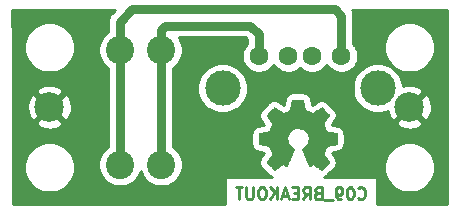
<source format=gbr>
G04 #@! TF.GenerationSoftware,KiCad,Pcbnew,5.1.5-52549c5~86~ubuntu18.04.1*
G04 #@! TF.CreationDate,2020-09-24T16:46:45-05:00*
G04 #@! TF.ProjectId,C09,4330392e-6b69-4636-9164-5f7063625858,rev?*
G04 #@! TF.SameCoordinates,Original*
G04 #@! TF.FileFunction,Copper,L2,Bot*
G04 #@! TF.FilePolarity,Positive*
%FSLAX46Y46*%
G04 Gerber Fmt 4.6, Leading zero omitted, Abs format (unit mm)*
G04 Created by KiCad (PCBNEW 5.1.5-52549c5~86~ubuntu18.04.1) date 2020-09-24 16:46:45*
%MOMM*%
%LPD*%
G04 APERTURE LIST*
%ADD10C,0.250000*%
%ADD11C,0.010000*%
%ADD12C,2.400000*%
%ADD13C,1.600000*%
%ADD14C,3.000000*%
%ADD15C,2.499360*%
%ADD16C,0.750000*%
%ADD17C,0.254000*%
G04 APERTURE END LIST*
D10*
X49943733Y-36577542D02*
X49991352Y-36625161D01*
X50134209Y-36672780D01*
X50229447Y-36672780D01*
X50372304Y-36625161D01*
X50467542Y-36529923D01*
X50515161Y-36434685D01*
X50562780Y-36244209D01*
X50562780Y-36101352D01*
X50515161Y-35910876D01*
X50467542Y-35815638D01*
X50372304Y-35720400D01*
X50229447Y-35672780D01*
X50134209Y-35672780D01*
X49991352Y-35720400D01*
X49943733Y-35768019D01*
X49324685Y-35672780D02*
X49229447Y-35672780D01*
X49134209Y-35720400D01*
X49086590Y-35768019D01*
X49038971Y-35863257D01*
X48991352Y-36053733D01*
X48991352Y-36291828D01*
X49038971Y-36482304D01*
X49086590Y-36577542D01*
X49134209Y-36625161D01*
X49229447Y-36672780D01*
X49324685Y-36672780D01*
X49419923Y-36625161D01*
X49467542Y-36577542D01*
X49515161Y-36482304D01*
X49562780Y-36291828D01*
X49562780Y-36053733D01*
X49515161Y-35863257D01*
X49467542Y-35768019D01*
X49419923Y-35720400D01*
X49324685Y-35672780D01*
X48515161Y-36672780D02*
X48324685Y-36672780D01*
X48229447Y-36625161D01*
X48181828Y-36577542D01*
X48086590Y-36434685D01*
X48038971Y-36244209D01*
X48038971Y-35863257D01*
X48086590Y-35768019D01*
X48134209Y-35720400D01*
X48229447Y-35672780D01*
X48419923Y-35672780D01*
X48515161Y-35720400D01*
X48562780Y-35768019D01*
X48610400Y-35863257D01*
X48610400Y-36101352D01*
X48562780Y-36196590D01*
X48515161Y-36244209D01*
X48419923Y-36291828D01*
X48229447Y-36291828D01*
X48134209Y-36244209D01*
X48086590Y-36196590D01*
X48038971Y-36101352D01*
X47848495Y-36768019D02*
X47086590Y-36768019D01*
X46515161Y-36148971D02*
X46372304Y-36196590D01*
X46324685Y-36244209D01*
X46277066Y-36339447D01*
X46277066Y-36482304D01*
X46324685Y-36577542D01*
X46372304Y-36625161D01*
X46467542Y-36672780D01*
X46848495Y-36672780D01*
X46848495Y-35672780D01*
X46515161Y-35672780D01*
X46419923Y-35720400D01*
X46372304Y-35768019D01*
X46324685Y-35863257D01*
X46324685Y-35958495D01*
X46372304Y-36053733D01*
X46419923Y-36101352D01*
X46515161Y-36148971D01*
X46848495Y-36148971D01*
X45277066Y-36672780D02*
X45610400Y-36196590D01*
X45848495Y-36672780D02*
X45848495Y-35672780D01*
X45467542Y-35672780D01*
X45372304Y-35720400D01*
X45324685Y-35768019D01*
X45277066Y-35863257D01*
X45277066Y-36006114D01*
X45324685Y-36101352D01*
X45372304Y-36148971D01*
X45467542Y-36196590D01*
X45848495Y-36196590D01*
X44848495Y-36148971D02*
X44515161Y-36148971D01*
X44372304Y-36672780D02*
X44848495Y-36672780D01*
X44848495Y-35672780D01*
X44372304Y-35672780D01*
X43991352Y-36387066D02*
X43515161Y-36387066D01*
X44086590Y-36672780D02*
X43753257Y-35672780D01*
X43419923Y-36672780D01*
X43086590Y-36672780D02*
X43086590Y-35672780D01*
X42515161Y-36672780D02*
X42943733Y-36101352D01*
X42515161Y-35672780D02*
X43086590Y-36244209D01*
X41896114Y-35672780D02*
X41705638Y-35672780D01*
X41610400Y-35720400D01*
X41515161Y-35815638D01*
X41467542Y-36006114D01*
X41467542Y-36339447D01*
X41515161Y-36529923D01*
X41610400Y-36625161D01*
X41705638Y-36672780D01*
X41896114Y-36672780D01*
X41991352Y-36625161D01*
X42086590Y-36529923D01*
X42134209Y-36339447D01*
X42134209Y-36006114D01*
X42086590Y-35815638D01*
X41991352Y-35720400D01*
X41896114Y-35672780D01*
X41038971Y-35672780D02*
X41038971Y-36482304D01*
X40991352Y-36577542D01*
X40943733Y-36625161D01*
X40848495Y-36672780D01*
X40658019Y-36672780D01*
X40562780Y-36625161D01*
X40515161Y-36577542D01*
X40467542Y-36482304D01*
X40467542Y-35672780D01*
X40134209Y-35672780D02*
X39562780Y-35672780D01*
X39848495Y-36672780D02*
X39848495Y-35672780D01*
D11*
G36*
X44300586Y-28710931D02*
G01*
X44216765Y-29155555D01*
X43907480Y-29283053D01*
X43598194Y-29410551D01*
X43227154Y-29158246D01*
X43123243Y-29087996D01*
X43029313Y-29025272D01*
X42949748Y-28972938D01*
X42888930Y-28933857D01*
X42851243Y-28910893D01*
X42840979Y-28905942D01*
X42822490Y-28918676D01*
X42782980Y-28953882D01*
X42726878Y-29007062D01*
X42658613Y-29073718D01*
X42582614Y-29149354D01*
X42503308Y-29229472D01*
X42425125Y-29309574D01*
X42352493Y-29385164D01*
X42289841Y-29451745D01*
X42241597Y-29504818D01*
X42212190Y-29539887D01*
X42205159Y-29551623D01*
X42215277Y-29573260D01*
X42243641Y-29620662D01*
X42287271Y-29689193D01*
X42343182Y-29774215D01*
X42408394Y-29871093D01*
X42446181Y-29926350D01*
X42515057Y-30027248D01*
X42576260Y-30118299D01*
X42626822Y-30194970D01*
X42663772Y-30252728D01*
X42684142Y-30287043D01*
X42687203Y-30294254D01*
X42680264Y-30314748D01*
X42661349Y-30362513D01*
X42633313Y-30430832D01*
X42599009Y-30512989D01*
X42561291Y-30602270D01*
X42523013Y-30691958D01*
X42487030Y-30775338D01*
X42456194Y-30845694D01*
X42433361Y-30896310D01*
X42421383Y-30920471D01*
X42420676Y-30921422D01*
X42401869Y-30926036D01*
X42351782Y-30936328D01*
X42275607Y-30951287D01*
X42178535Y-30969901D01*
X42065757Y-30991159D01*
X41999958Y-31003418D01*
X41879450Y-31026362D01*
X41770603Y-31048195D01*
X41678924Y-31067722D01*
X41609919Y-31083748D01*
X41569096Y-31095079D01*
X41560889Y-31098674D01*
X41552852Y-31123006D01*
X41546367Y-31177959D01*
X41541430Y-31257108D01*
X41538036Y-31354026D01*
X41536182Y-31462287D01*
X41535862Y-31575465D01*
X41537073Y-31687135D01*
X41539810Y-31790868D01*
X41544069Y-31880241D01*
X41549845Y-31948826D01*
X41557133Y-31990197D01*
X41561505Y-31998810D01*
X41587636Y-32009133D01*
X41643007Y-32023892D01*
X41720293Y-32041352D01*
X41812170Y-32059780D01*
X41844242Y-32065741D01*
X41998876Y-32094066D01*
X42121025Y-32116876D01*
X42214727Y-32135080D01*
X42284016Y-32149583D01*
X42332929Y-32161292D01*
X42365503Y-32171115D01*
X42385772Y-32179956D01*
X42397774Y-32188724D01*
X42399453Y-32190457D01*
X42416216Y-32218371D01*
X42441786Y-32272695D01*
X42473612Y-32346777D01*
X42509140Y-32433965D01*
X42545817Y-32527608D01*
X42581089Y-32621052D01*
X42612404Y-32707647D01*
X42637207Y-32780740D01*
X42652946Y-32833678D01*
X42657068Y-32859811D01*
X42656724Y-32860726D01*
X42642759Y-32882086D01*
X42611078Y-32929084D01*
X42565009Y-32996827D01*
X42507882Y-33080423D01*
X42443027Y-33174982D01*
X42424557Y-33201854D01*
X42358701Y-33299275D01*
X42300750Y-33388163D01*
X42253862Y-33463412D01*
X42221193Y-33519920D01*
X42205900Y-33552581D01*
X42205159Y-33556593D01*
X42218008Y-33577684D01*
X42253512Y-33619464D01*
X42307107Y-33677445D01*
X42374229Y-33747135D01*
X42450313Y-33824045D01*
X42530796Y-33903683D01*
X42611113Y-33981561D01*
X42686701Y-34053186D01*
X42752995Y-34114070D01*
X42805431Y-34159721D01*
X42839445Y-34185650D01*
X42848855Y-34189883D01*
X42870757Y-34179912D01*
X42915600Y-34153020D01*
X42976079Y-34113736D01*
X43022611Y-34082117D01*
X43106925Y-34024098D01*
X43206774Y-33955784D01*
X43306927Y-33887579D01*
X43360773Y-33851075D01*
X43543029Y-33727800D01*
X43696019Y-33810520D01*
X43765718Y-33846759D01*
X43824986Y-33874926D01*
X43865089Y-33890991D01*
X43875297Y-33893226D01*
X43887571Y-33876722D01*
X43911787Y-33830082D01*
X43946137Y-33757609D01*
X43988812Y-33663606D01*
X44038006Y-33552374D01*
X44091910Y-33428215D01*
X44148716Y-33295432D01*
X44206618Y-33158327D01*
X44263807Y-33021202D01*
X44318476Y-32888358D01*
X44368816Y-32764098D01*
X44413020Y-32652725D01*
X44449281Y-32558539D01*
X44475791Y-32485844D01*
X44490742Y-32438941D01*
X44493146Y-32422833D01*
X44474089Y-32402286D01*
X44432364Y-32368933D01*
X44376694Y-32329702D01*
X44372022Y-32326599D01*
X44228136Y-32211423D01*
X44112117Y-32077053D01*
X44024970Y-31927784D01*
X43967701Y-31767913D01*
X43941314Y-31601737D01*
X43946815Y-31433552D01*
X43985210Y-31267655D01*
X44057505Y-31108342D01*
X44078774Y-31073487D01*
X44189404Y-30932737D01*
X44320098Y-30819714D01*
X44466336Y-30735003D01*
X44623592Y-30679194D01*
X44787343Y-30652874D01*
X44953067Y-30656630D01*
X45116238Y-30691050D01*
X45272335Y-30756723D01*
X45416833Y-30854235D01*
X45461531Y-30893813D01*
X45575288Y-31017703D01*
X45658182Y-31148124D01*
X45715044Y-31294315D01*
X45746713Y-31439088D01*
X45754531Y-31601860D01*
X45728462Y-31765440D01*
X45671155Y-31924298D01*
X45585256Y-32072906D01*
X45473414Y-32205735D01*
X45338277Y-32317256D01*
X45320517Y-32329011D01*
X45264250Y-32367508D01*
X45221477Y-32400863D01*
X45201028Y-32422160D01*
X45200731Y-32422833D01*
X45205121Y-32445871D01*
X45222524Y-32498157D01*
X45251132Y-32575390D01*
X45289135Y-32673268D01*
X45334726Y-32787491D01*
X45386097Y-32913758D01*
X45441438Y-33047767D01*
X45498942Y-33185218D01*
X45556799Y-33321808D01*
X45613202Y-33453237D01*
X45666342Y-33575205D01*
X45714410Y-33683409D01*
X45755599Y-33773549D01*
X45788099Y-33841323D01*
X45810103Y-33882430D01*
X45818964Y-33893226D01*
X45846040Y-33884819D01*
X45896703Y-33862272D01*
X45962217Y-33829613D01*
X45998241Y-33810520D01*
X46151232Y-33727800D01*
X46333488Y-33851075D01*
X46426525Y-33914228D01*
X46528385Y-33983727D01*
X46623838Y-34049165D01*
X46671650Y-34082117D01*
X46738895Y-34127273D01*
X46795836Y-34163057D01*
X46835046Y-34184938D01*
X46847781Y-34189563D01*
X46866317Y-34177085D01*
X46907341Y-34142252D01*
X46966875Y-34088678D01*
X47040942Y-34019983D01*
X47125565Y-33939781D01*
X47179085Y-33888286D01*
X47272719Y-33796286D01*
X47353641Y-33713999D01*
X47418577Y-33644945D01*
X47464258Y-33592644D01*
X47487411Y-33560616D01*
X47489632Y-33554116D01*
X47479324Y-33529394D01*
X47450839Y-33479405D01*
X47407337Y-33409212D01*
X47351977Y-33323875D01*
X47287920Y-33228456D01*
X47269703Y-33201854D01*
X47203327Y-33105167D01*
X47143778Y-33018117D01*
X47094384Y-32945595D01*
X47058475Y-32892493D01*
X47039381Y-32863703D01*
X47037536Y-32860726D01*
X47040295Y-32837782D01*
X47054938Y-32787336D01*
X47078913Y-32716041D01*
X47109666Y-32630547D01*
X47144644Y-32537507D01*
X47181293Y-32443574D01*
X47217061Y-32355399D01*
X47249394Y-32279634D01*
X47275738Y-32222931D01*
X47293542Y-32191943D01*
X47294807Y-32190457D01*
X47305694Y-32181601D01*
X47324082Y-32172843D01*
X47354006Y-32163277D01*
X47399503Y-32151996D01*
X47464609Y-32138093D01*
X47553361Y-32120663D01*
X47669793Y-32098798D01*
X47817942Y-32071591D01*
X47850018Y-32065741D01*
X47945086Y-32047374D01*
X48027965Y-32029405D01*
X48091330Y-32013569D01*
X48127858Y-32001600D01*
X48132756Y-31998810D01*
X48140827Y-31974072D01*
X48147387Y-31918790D01*
X48152433Y-31839389D01*
X48155959Y-31742296D01*
X48157961Y-31633938D01*
X48158436Y-31520740D01*
X48157377Y-31409128D01*
X48154782Y-31305529D01*
X48150646Y-31216368D01*
X48144963Y-31148072D01*
X48137731Y-31107066D01*
X48133371Y-31098674D01*
X48109098Y-31090208D01*
X48053826Y-31076435D01*
X47973062Y-31058550D01*
X47872312Y-31037748D01*
X47757083Y-31015223D01*
X47694302Y-31003418D01*
X47575187Y-30981151D01*
X47468965Y-30960979D01*
X47380827Y-30943915D01*
X47315966Y-30930969D01*
X47279574Y-30923155D01*
X47273584Y-30921422D01*
X47263461Y-30901890D01*
X47242062Y-30854843D01*
X47212239Y-30787003D01*
X47176845Y-30705091D01*
X47138732Y-30615828D01*
X47100753Y-30525935D01*
X47065760Y-30442135D01*
X47036606Y-30371147D01*
X47016143Y-30319694D01*
X47007223Y-30294497D01*
X47007057Y-30293396D01*
X47017169Y-30273519D01*
X47045517Y-30227777D01*
X47089123Y-30160717D01*
X47145006Y-30076884D01*
X47210187Y-29980826D01*
X47248079Y-29925650D01*
X47317125Y-29824481D01*
X47378450Y-29732630D01*
X47429063Y-29654744D01*
X47465971Y-29595469D01*
X47486182Y-29559451D01*
X47489101Y-29551377D01*
X47476553Y-29532584D01*
X47441863Y-29492457D01*
X47389463Y-29435493D01*
X47323784Y-29366185D01*
X47249256Y-29289031D01*
X47170313Y-29208525D01*
X47091383Y-29129163D01*
X47016900Y-29055440D01*
X46951294Y-28991852D01*
X46898996Y-28942894D01*
X46864439Y-28913061D01*
X46852878Y-28905942D01*
X46834054Y-28915953D01*
X46789031Y-28944078D01*
X46722187Y-28987454D01*
X46637899Y-29043218D01*
X46540544Y-29108506D01*
X46467107Y-29158246D01*
X46096067Y-29410551D01*
X45477495Y-29155555D01*
X45393675Y-28710931D01*
X45309854Y-28266307D01*
X44384406Y-28266307D01*
X44300586Y-28710931D01*
G37*
X44300586Y-28710931D02*
X44216765Y-29155555D01*
X43907480Y-29283053D01*
X43598194Y-29410551D01*
X43227154Y-29158246D01*
X43123243Y-29087996D01*
X43029313Y-29025272D01*
X42949748Y-28972938D01*
X42888930Y-28933857D01*
X42851243Y-28910893D01*
X42840979Y-28905942D01*
X42822490Y-28918676D01*
X42782980Y-28953882D01*
X42726878Y-29007062D01*
X42658613Y-29073718D01*
X42582614Y-29149354D01*
X42503308Y-29229472D01*
X42425125Y-29309574D01*
X42352493Y-29385164D01*
X42289841Y-29451745D01*
X42241597Y-29504818D01*
X42212190Y-29539887D01*
X42205159Y-29551623D01*
X42215277Y-29573260D01*
X42243641Y-29620662D01*
X42287271Y-29689193D01*
X42343182Y-29774215D01*
X42408394Y-29871093D01*
X42446181Y-29926350D01*
X42515057Y-30027248D01*
X42576260Y-30118299D01*
X42626822Y-30194970D01*
X42663772Y-30252728D01*
X42684142Y-30287043D01*
X42687203Y-30294254D01*
X42680264Y-30314748D01*
X42661349Y-30362513D01*
X42633313Y-30430832D01*
X42599009Y-30512989D01*
X42561291Y-30602270D01*
X42523013Y-30691958D01*
X42487030Y-30775338D01*
X42456194Y-30845694D01*
X42433361Y-30896310D01*
X42421383Y-30920471D01*
X42420676Y-30921422D01*
X42401869Y-30926036D01*
X42351782Y-30936328D01*
X42275607Y-30951287D01*
X42178535Y-30969901D01*
X42065757Y-30991159D01*
X41999958Y-31003418D01*
X41879450Y-31026362D01*
X41770603Y-31048195D01*
X41678924Y-31067722D01*
X41609919Y-31083748D01*
X41569096Y-31095079D01*
X41560889Y-31098674D01*
X41552852Y-31123006D01*
X41546367Y-31177959D01*
X41541430Y-31257108D01*
X41538036Y-31354026D01*
X41536182Y-31462287D01*
X41535862Y-31575465D01*
X41537073Y-31687135D01*
X41539810Y-31790868D01*
X41544069Y-31880241D01*
X41549845Y-31948826D01*
X41557133Y-31990197D01*
X41561505Y-31998810D01*
X41587636Y-32009133D01*
X41643007Y-32023892D01*
X41720293Y-32041352D01*
X41812170Y-32059780D01*
X41844242Y-32065741D01*
X41998876Y-32094066D01*
X42121025Y-32116876D01*
X42214727Y-32135080D01*
X42284016Y-32149583D01*
X42332929Y-32161292D01*
X42365503Y-32171115D01*
X42385772Y-32179956D01*
X42397774Y-32188724D01*
X42399453Y-32190457D01*
X42416216Y-32218371D01*
X42441786Y-32272695D01*
X42473612Y-32346777D01*
X42509140Y-32433965D01*
X42545817Y-32527608D01*
X42581089Y-32621052D01*
X42612404Y-32707647D01*
X42637207Y-32780740D01*
X42652946Y-32833678D01*
X42657068Y-32859811D01*
X42656724Y-32860726D01*
X42642759Y-32882086D01*
X42611078Y-32929084D01*
X42565009Y-32996827D01*
X42507882Y-33080423D01*
X42443027Y-33174982D01*
X42424557Y-33201854D01*
X42358701Y-33299275D01*
X42300750Y-33388163D01*
X42253862Y-33463412D01*
X42221193Y-33519920D01*
X42205900Y-33552581D01*
X42205159Y-33556593D01*
X42218008Y-33577684D01*
X42253512Y-33619464D01*
X42307107Y-33677445D01*
X42374229Y-33747135D01*
X42450313Y-33824045D01*
X42530796Y-33903683D01*
X42611113Y-33981561D01*
X42686701Y-34053186D01*
X42752995Y-34114070D01*
X42805431Y-34159721D01*
X42839445Y-34185650D01*
X42848855Y-34189883D01*
X42870757Y-34179912D01*
X42915600Y-34153020D01*
X42976079Y-34113736D01*
X43022611Y-34082117D01*
X43106925Y-34024098D01*
X43206774Y-33955784D01*
X43306927Y-33887579D01*
X43360773Y-33851075D01*
X43543029Y-33727800D01*
X43696019Y-33810520D01*
X43765718Y-33846759D01*
X43824986Y-33874926D01*
X43865089Y-33890991D01*
X43875297Y-33893226D01*
X43887571Y-33876722D01*
X43911787Y-33830082D01*
X43946137Y-33757609D01*
X43988812Y-33663606D01*
X44038006Y-33552374D01*
X44091910Y-33428215D01*
X44148716Y-33295432D01*
X44206618Y-33158327D01*
X44263807Y-33021202D01*
X44318476Y-32888358D01*
X44368816Y-32764098D01*
X44413020Y-32652725D01*
X44449281Y-32558539D01*
X44475791Y-32485844D01*
X44490742Y-32438941D01*
X44493146Y-32422833D01*
X44474089Y-32402286D01*
X44432364Y-32368933D01*
X44376694Y-32329702D01*
X44372022Y-32326599D01*
X44228136Y-32211423D01*
X44112117Y-32077053D01*
X44024970Y-31927784D01*
X43967701Y-31767913D01*
X43941314Y-31601737D01*
X43946815Y-31433552D01*
X43985210Y-31267655D01*
X44057505Y-31108342D01*
X44078774Y-31073487D01*
X44189404Y-30932737D01*
X44320098Y-30819714D01*
X44466336Y-30735003D01*
X44623592Y-30679194D01*
X44787343Y-30652874D01*
X44953067Y-30656630D01*
X45116238Y-30691050D01*
X45272335Y-30756723D01*
X45416833Y-30854235D01*
X45461531Y-30893813D01*
X45575288Y-31017703D01*
X45658182Y-31148124D01*
X45715044Y-31294315D01*
X45746713Y-31439088D01*
X45754531Y-31601860D01*
X45728462Y-31765440D01*
X45671155Y-31924298D01*
X45585256Y-32072906D01*
X45473414Y-32205735D01*
X45338277Y-32317256D01*
X45320517Y-32329011D01*
X45264250Y-32367508D01*
X45221477Y-32400863D01*
X45201028Y-32422160D01*
X45200731Y-32422833D01*
X45205121Y-32445871D01*
X45222524Y-32498157D01*
X45251132Y-32575390D01*
X45289135Y-32673268D01*
X45334726Y-32787491D01*
X45386097Y-32913758D01*
X45441438Y-33047767D01*
X45498942Y-33185218D01*
X45556799Y-33321808D01*
X45613202Y-33453237D01*
X45666342Y-33575205D01*
X45714410Y-33683409D01*
X45755599Y-33773549D01*
X45788099Y-33841323D01*
X45810103Y-33882430D01*
X45818964Y-33893226D01*
X45846040Y-33884819D01*
X45896703Y-33862272D01*
X45962217Y-33829613D01*
X45998241Y-33810520D01*
X46151232Y-33727800D01*
X46333488Y-33851075D01*
X46426525Y-33914228D01*
X46528385Y-33983727D01*
X46623838Y-34049165D01*
X46671650Y-34082117D01*
X46738895Y-34127273D01*
X46795836Y-34163057D01*
X46835046Y-34184938D01*
X46847781Y-34189563D01*
X46866317Y-34177085D01*
X46907341Y-34142252D01*
X46966875Y-34088678D01*
X47040942Y-34019983D01*
X47125565Y-33939781D01*
X47179085Y-33888286D01*
X47272719Y-33796286D01*
X47353641Y-33713999D01*
X47418577Y-33644945D01*
X47464258Y-33592644D01*
X47487411Y-33560616D01*
X47489632Y-33554116D01*
X47479324Y-33529394D01*
X47450839Y-33479405D01*
X47407337Y-33409212D01*
X47351977Y-33323875D01*
X47287920Y-33228456D01*
X47269703Y-33201854D01*
X47203327Y-33105167D01*
X47143778Y-33018117D01*
X47094384Y-32945595D01*
X47058475Y-32892493D01*
X47039381Y-32863703D01*
X47037536Y-32860726D01*
X47040295Y-32837782D01*
X47054938Y-32787336D01*
X47078913Y-32716041D01*
X47109666Y-32630547D01*
X47144644Y-32537507D01*
X47181293Y-32443574D01*
X47217061Y-32355399D01*
X47249394Y-32279634D01*
X47275738Y-32222931D01*
X47293542Y-32191943D01*
X47294807Y-32190457D01*
X47305694Y-32181601D01*
X47324082Y-32172843D01*
X47354006Y-32163277D01*
X47399503Y-32151996D01*
X47464609Y-32138093D01*
X47553361Y-32120663D01*
X47669793Y-32098798D01*
X47817942Y-32071591D01*
X47850018Y-32065741D01*
X47945086Y-32047374D01*
X48027965Y-32029405D01*
X48091330Y-32013569D01*
X48127858Y-32001600D01*
X48132756Y-31998810D01*
X48140827Y-31974072D01*
X48147387Y-31918790D01*
X48152433Y-31839389D01*
X48155959Y-31742296D01*
X48157961Y-31633938D01*
X48158436Y-31520740D01*
X48157377Y-31409128D01*
X48154782Y-31305529D01*
X48150646Y-31216368D01*
X48144963Y-31148072D01*
X48137731Y-31107066D01*
X48133371Y-31098674D01*
X48109098Y-31090208D01*
X48053826Y-31076435D01*
X47973062Y-31058550D01*
X47872312Y-31037748D01*
X47757083Y-31015223D01*
X47694302Y-31003418D01*
X47575187Y-30981151D01*
X47468965Y-30960979D01*
X47380827Y-30943915D01*
X47315966Y-30930969D01*
X47279574Y-30923155D01*
X47273584Y-30921422D01*
X47263461Y-30901890D01*
X47242062Y-30854843D01*
X47212239Y-30787003D01*
X47176845Y-30705091D01*
X47138732Y-30615828D01*
X47100753Y-30525935D01*
X47065760Y-30442135D01*
X47036606Y-30371147D01*
X47016143Y-30319694D01*
X47007223Y-30294497D01*
X47007057Y-30293396D01*
X47017169Y-30273519D01*
X47045517Y-30227777D01*
X47089123Y-30160717D01*
X47145006Y-30076884D01*
X47210187Y-29980826D01*
X47248079Y-29925650D01*
X47317125Y-29824481D01*
X47378450Y-29732630D01*
X47429063Y-29654744D01*
X47465971Y-29595469D01*
X47486182Y-29559451D01*
X47489101Y-29551377D01*
X47476553Y-29532584D01*
X47441863Y-29492457D01*
X47389463Y-29435493D01*
X47323784Y-29366185D01*
X47249256Y-29289031D01*
X47170313Y-29208525D01*
X47091383Y-29129163D01*
X47016900Y-29055440D01*
X46951294Y-28991852D01*
X46898996Y-28942894D01*
X46864439Y-28913061D01*
X46852878Y-28905942D01*
X46834054Y-28915953D01*
X46789031Y-28944078D01*
X46722187Y-28987454D01*
X46637899Y-29043218D01*
X46540544Y-29108506D01*
X46467107Y-29158246D01*
X46096067Y-29410551D01*
X45477495Y-29155555D01*
X45393675Y-28710931D01*
X45309854Y-28266307D01*
X44384406Y-28266307D01*
X44300586Y-28710931D01*
D12*
X33274000Y-33751600D03*
X29774000Y-33751600D03*
X29774000Y-24028400D03*
X33274000Y-24028400D03*
D13*
X48533800Y-24561800D03*
X46033800Y-24561800D03*
X44033800Y-24561800D03*
X41533800Y-24561800D03*
D14*
X38463800Y-27271800D03*
X51603800Y-27271800D03*
D15*
X54290000Y-28890000D03*
X23810000Y-28890000D03*
D16*
X29774000Y-33751600D02*
X29774000Y-24028400D01*
X29774000Y-21635600D02*
X29774000Y-24028400D01*
X30809590Y-20600010D02*
X29774000Y-21635600D01*
X47981210Y-20600010D02*
X30809590Y-20600010D01*
X48533800Y-24561800D02*
X48533800Y-21152600D01*
X48533800Y-21152600D02*
X47981210Y-20600010D01*
X33274000Y-33751600D02*
X33274000Y-24028400D01*
X41533800Y-24561800D02*
X41533800Y-23430430D01*
X33274000Y-22331344D02*
X33274000Y-24028400D01*
X40817800Y-21971000D02*
X33634344Y-21971000D01*
X41533800Y-23430430D02*
X41529000Y-23425630D01*
X41529000Y-23425630D02*
X41529000Y-22682200D01*
X41529000Y-22682200D02*
X40817800Y-21971000D01*
X33634344Y-21971000D02*
X33274000Y-22331344D01*
D17*
G36*
X29094906Y-20886339D02*
G01*
X29056367Y-20917967D01*
X28930153Y-21071760D01*
X28880930Y-21163851D01*
X28836368Y-21247221D01*
X28778615Y-21437606D01*
X28759114Y-21635600D01*
X28764000Y-21685208D01*
X28764000Y-22496324D01*
X28604256Y-22603062D01*
X28348662Y-22858656D01*
X28147844Y-23159201D01*
X28009518Y-23493150D01*
X27939000Y-23847668D01*
X27939000Y-24209132D01*
X28009518Y-24563650D01*
X28147844Y-24897599D01*
X28348662Y-25198144D01*
X28604256Y-25453738D01*
X28764001Y-25560476D01*
X28764000Y-32219524D01*
X28604256Y-32326262D01*
X28348662Y-32581856D01*
X28147844Y-32882401D01*
X28009518Y-33216350D01*
X27939000Y-33570868D01*
X27939000Y-33932332D01*
X28009518Y-34286850D01*
X28147844Y-34620799D01*
X28348662Y-34921344D01*
X28604256Y-35176938D01*
X28904801Y-35377756D01*
X29238750Y-35516082D01*
X29593268Y-35586600D01*
X29954732Y-35586600D01*
X30309250Y-35516082D01*
X30643199Y-35377756D01*
X30943744Y-35176938D01*
X31199338Y-34921344D01*
X31400156Y-34620799D01*
X31524000Y-34321813D01*
X31647844Y-34620799D01*
X31848662Y-34921344D01*
X32104256Y-35176938D01*
X32404801Y-35377756D01*
X32738750Y-35516082D01*
X33093268Y-35586600D01*
X33454732Y-35586600D01*
X33809250Y-35516082D01*
X34143199Y-35377756D01*
X34443744Y-35176938D01*
X34699338Y-34921344D01*
X34900156Y-34620799D01*
X35038482Y-34286850D01*
X35109000Y-33932332D01*
X35109000Y-33570868D01*
X35038482Y-33216350D01*
X34900156Y-32882401D01*
X34699338Y-32581856D01*
X34443744Y-32326262D01*
X34284000Y-32219524D01*
X34284000Y-27061521D01*
X36328800Y-27061521D01*
X36328800Y-27482079D01*
X36410847Y-27894556D01*
X36571788Y-28283102D01*
X36805437Y-28632783D01*
X37102817Y-28930163D01*
X37452498Y-29163812D01*
X37841044Y-29324753D01*
X38253521Y-29406800D01*
X38674079Y-29406800D01*
X39086556Y-29324753D01*
X39475102Y-29163812D01*
X39824783Y-28930163D01*
X40122163Y-28632783D01*
X40355812Y-28283102D01*
X40516753Y-27894556D01*
X40598800Y-27482079D01*
X40598800Y-27061521D01*
X49468800Y-27061521D01*
X49468800Y-27482079D01*
X49550847Y-27894556D01*
X49711788Y-28283102D01*
X49945437Y-28632783D01*
X50242817Y-28930163D01*
X50592498Y-29163812D01*
X50981044Y-29324753D01*
X51393521Y-29406800D01*
X51814079Y-29406800D01*
X52226556Y-29324753D01*
X52434426Y-29238650D01*
X52443595Y-29311025D01*
X52561211Y-29663151D01*
X52686685Y-29897896D01*
X52976623Y-30023771D01*
X54110395Y-28890000D01*
X54469605Y-28890000D01*
X55603377Y-30023771D01*
X55893315Y-29897896D01*
X56059139Y-29565738D01*
X56156975Y-29207613D01*
X56183065Y-28837281D01*
X56136405Y-28468975D01*
X56018789Y-28116849D01*
X55893315Y-27882104D01*
X55603377Y-27756229D01*
X54469605Y-28890000D01*
X54110395Y-28890000D01*
X54096253Y-28875858D01*
X54275858Y-28696253D01*
X54290000Y-28710395D01*
X55423771Y-27576623D01*
X55297896Y-27286685D01*
X54965738Y-27120861D01*
X54607613Y-27023025D01*
X54237281Y-26996935D01*
X53868975Y-27043595D01*
X53738800Y-27087076D01*
X53738800Y-27061521D01*
X53656753Y-26649044D01*
X53495812Y-26260498D01*
X53262163Y-25910817D01*
X52964783Y-25613437D01*
X52615102Y-25379788D01*
X52226556Y-25218847D01*
X51814079Y-25136800D01*
X51393521Y-25136800D01*
X50981044Y-25218847D01*
X50592498Y-25379788D01*
X50242817Y-25613437D01*
X49945437Y-25910817D01*
X49711788Y-26260498D01*
X49550847Y-26649044D01*
X49468800Y-27061521D01*
X40598800Y-27061521D01*
X40516753Y-26649044D01*
X40355812Y-26260498D01*
X40122163Y-25910817D01*
X39824783Y-25613437D01*
X39475102Y-25379788D01*
X39086556Y-25218847D01*
X38674079Y-25136800D01*
X38253521Y-25136800D01*
X37841044Y-25218847D01*
X37452498Y-25379788D01*
X37102817Y-25613437D01*
X36805437Y-25910817D01*
X36571788Y-26260498D01*
X36410847Y-26649044D01*
X36328800Y-27061521D01*
X34284000Y-27061521D01*
X34284000Y-25560476D01*
X34443744Y-25453738D01*
X34699338Y-25198144D01*
X34900156Y-24897599D01*
X35038482Y-24563650D01*
X35109000Y-24209132D01*
X35109000Y-23847668D01*
X35038482Y-23493150D01*
X34900156Y-23159201D01*
X34781086Y-22981000D01*
X40399445Y-22981000D01*
X40519000Y-23100556D01*
X40519000Y-23376022D01*
X40514114Y-23425630D01*
X40519000Y-23475237D01*
X40523801Y-23523980D01*
X40523801Y-23542403D01*
X40419163Y-23647041D01*
X40262120Y-23882073D01*
X40153947Y-24143226D01*
X40098800Y-24420465D01*
X40098800Y-24703135D01*
X40153947Y-24980374D01*
X40262120Y-25241527D01*
X40419163Y-25476559D01*
X40619041Y-25676437D01*
X40854073Y-25833480D01*
X41115226Y-25941653D01*
X41392465Y-25996800D01*
X41675135Y-25996800D01*
X41952374Y-25941653D01*
X42213527Y-25833480D01*
X42448559Y-25676437D01*
X42648437Y-25476559D01*
X42783800Y-25273973D01*
X42919163Y-25476559D01*
X43119041Y-25676437D01*
X43354073Y-25833480D01*
X43615226Y-25941653D01*
X43892465Y-25996800D01*
X44175135Y-25996800D01*
X44452374Y-25941653D01*
X44713527Y-25833480D01*
X44948559Y-25676437D01*
X45033800Y-25591196D01*
X45119041Y-25676437D01*
X45354073Y-25833480D01*
X45615226Y-25941653D01*
X45892465Y-25996800D01*
X46175135Y-25996800D01*
X46452374Y-25941653D01*
X46713527Y-25833480D01*
X46948559Y-25676437D01*
X47148437Y-25476559D01*
X47283800Y-25273973D01*
X47419163Y-25476559D01*
X47619041Y-25676437D01*
X47854073Y-25833480D01*
X48115226Y-25941653D01*
X48392465Y-25996800D01*
X48675135Y-25996800D01*
X48952374Y-25941653D01*
X49213527Y-25833480D01*
X49448559Y-25676437D01*
X49648437Y-25476559D01*
X49805480Y-25241527D01*
X49913653Y-24980374D01*
X49968800Y-24703135D01*
X49968800Y-24420465D01*
X49913653Y-24143226D01*
X49805480Y-23882073D01*
X49648437Y-23647041D01*
X49601117Y-23599721D01*
X52155000Y-23599721D01*
X52155000Y-24020279D01*
X52237047Y-24432756D01*
X52397988Y-24821302D01*
X52631637Y-25170983D01*
X52929017Y-25468363D01*
X53278698Y-25702012D01*
X53667244Y-25862953D01*
X54079721Y-25945000D01*
X54500279Y-25945000D01*
X54912756Y-25862953D01*
X55301302Y-25702012D01*
X55650983Y-25468363D01*
X55948363Y-25170983D01*
X56182012Y-24821302D01*
X56342953Y-24432756D01*
X56425000Y-24020279D01*
X56425000Y-23599721D01*
X56342953Y-23187244D01*
X56182012Y-22798698D01*
X55948363Y-22449017D01*
X55650983Y-22151637D01*
X55301302Y-21917988D01*
X54912756Y-21757047D01*
X54500279Y-21675000D01*
X54079721Y-21675000D01*
X53667244Y-21757047D01*
X53278698Y-21917988D01*
X52929017Y-22151637D01*
X52631637Y-22449017D01*
X52397988Y-22798698D01*
X52237047Y-23187244D01*
X52155000Y-23599721D01*
X49601117Y-23599721D01*
X49543800Y-23542404D01*
X49543800Y-21202204D01*
X49548686Y-21152599D01*
X49540724Y-21071760D01*
X49529185Y-20954606D01*
X49471432Y-20764220D01*
X49415725Y-20660000D01*
X57440000Y-20660000D01*
X57440001Y-37084747D01*
X51513257Y-37105072D01*
X51513257Y-34802900D01*
X47023385Y-34802900D01*
X47042501Y-34796228D01*
X47086986Y-34783179D01*
X47101343Y-34775690D01*
X47116640Y-34770351D01*
X47156618Y-34746858D01*
X47164537Y-34742728D01*
X47170070Y-34740409D01*
X47173824Y-34737883D01*
X47197731Y-34725413D01*
X47205178Y-34720475D01*
X47223715Y-34707996D01*
X47247790Y-34688117D01*
X47273702Y-34670682D01*
X47280554Y-34664946D01*
X47321577Y-34630113D01*
X47324889Y-34626691D01*
X47328765Y-34623918D01*
X47335449Y-34617986D01*
X47394983Y-34564413D01*
X47395216Y-34564157D01*
X47395492Y-34563954D01*
X47402086Y-34557923D01*
X47476153Y-34489229D01*
X47476229Y-34489143D01*
X47481194Y-34484503D01*
X47565817Y-34404301D01*
X47565925Y-34404176D01*
X47569304Y-34400970D01*
X47622825Y-34349475D01*
X47622905Y-34349382D01*
X47627633Y-34344800D01*
X47721266Y-34252800D01*
X47721924Y-34252014D01*
X47722726Y-34251362D01*
X47729036Y-34245034D01*
X47809958Y-34162747D01*
X47811653Y-34160648D01*
X47813711Y-34158899D01*
X47819878Y-34152432D01*
X47884814Y-34083378D01*
X47889282Y-34077585D01*
X47894677Y-34072647D01*
X47900602Y-34065958D01*
X47946283Y-34013657D01*
X47960817Y-33993308D01*
X47977641Y-33974794D01*
X47982926Y-33967589D01*
X48006079Y-33935561D01*
X48018353Y-33914525D01*
X48019177Y-33913535D01*
X48020789Y-33910575D01*
X48036773Y-33888945D01*
X48051559Y-33857616D01*
X48069028Y-33827677D01*
X48074423Y-33812064D01*
X48078904Y-33803834D01*
X48082758Y-33791511D01*
X48090084Y-33775988D01*
X48093033Y-33767552D01*
X48095254Y-33761052D01*
X48095567Y-33759721D01*
X52155000Y-33759721D01*
X52155000Y-34180279D01*
X52237047Y-34592756D01*
X52397988Y-34981302D01*
X52631637Y-35330983D01*
X52929017Y-35628363D01*
X53278698Y-35862012D01*
X53667244Y-36022953D01*
X54079721Y-36105000D01*
X54500279Y-36105000D01*
X54912756Y-36022953D01*
X55301302Y-35862012D01*
X55650983Y-35628363D01*
X55948363Y-35330983D01*
X56182012Y-34981302D01*
X56342953Y-34592756D01*
X56425000Y-34180279D01*
X56425000Y-33759721D01*
X56342953Y-33347244D01*
X56182012Y-32958698D01*
X55948363Y-32609017D01*
X55650983Y-32311637D01*
X55301302Y-32077988D01*
X54912756Y-31917047D01*
X54500279Y-31835000D01*
X54079721Y-31835000D01*
X53667244Y-31917047D01*
X53278698Y-32077988D01*
X52929017Y-32311637D01*
X52631637Y-32609017D01*
X52397988Y-32958698D01*
X52237047Y-33347244D01*
X52155000Y-33759721D01*
X48095567Y-33759721D01*
X48102131Y-33731881D01*
X48109823Y-33709620D01*
X48110974Y-33701284D01*
X48116185Y-33684622D01*
X48118650Y-33661805D01*
X48123913Y-33639479D01*
X48125341Y-33599867D01*
X48126634Y-33587902D01*
X48126912Y-33585889D01*
X48126891Y-33585525D01*
X48129601Y-33560438D01*
X48127587Y-33537580D01*
X48128414Y-33514654D01*
X48122119Y-33475505D01*
X48118640Y-33436013D01*
X48112227Y-33413989D01*
X48108584Y-33391331D01*
X48094805Y-33354153D01*
X48083722Y-33316088D01*
X48080340Y-33307816D01*
X48070032Y-33283094D01*
X48053534Y-33252369D01*
X48039753Y-33220332D01*
X48035383Y-33212537D01*
X48006898Y-33162548D01*
X48002650Y-33156542D01*
X47999493Y-33149891D01*
X47994838Y-33142262D01*
X47951336Y-33072069D01*
X47950031Y-33070361D01*
X47949066Y-33068432D01*
X47944254Y-33060902D01*
X47888894Y-32975565D01*
X47888538Y-32975119D01*
X47888273Y-32974609D01*
X47883344Y-32967155D01*
X47819287Y-32871737D01*
X47819199Y-32871631D01*
X47815972Y-32866847D01*
X47797755Y-32840245D01*
X47797727Y-32840211D01*
X47797335Y-32839632D01*
X47744041Y-32762002D01*
X47754971Y-32733990D01*
X47786746Y-32728023D01*
X47933382Y-32701093D01*
X47964847Y-32695355D01*
X47964962Y-32695322D01*
X47971420Y-32694121D01*
X48066488Y-32675754D01*
X48069165Y-32674959D01*
X48071948Y-32674675D01*
X48080694Y-32672842D01*
X48163573Y-32654873D01*
X48168900Y-32653159D01*
X48174455Y-32652415D01*
X48183139Y-32650308D01*
X48246505Y-32634472D01*
X48263955Y-32628247D01*
X48282100Y-32624476D01*
X48290611Y-32621752D01*
X48327139Y-32609783D01*
X48381856Y-32585716D01*
X48384682Y-32584501D01*
X48416628Y-32572410D01*
X48425144Y-32567103D01*
X48436833Y-32562077D01*
X48441334Y-32559555D01*
X48441474Y-32559493D01*
X48441596Y-32559408D01*
X48444629Y-32557708D01*
X48449527Y-32554918D01*
X48485367Y-32529573D01*
X48522635Y-32506348D01*
X48536267Y-32493578D01*
X48551509Y-32482799D01*
X48581740Y-32450979D01*
X48613791Y-32420954D01*
X48624683Y-32405779D01*
X48637541Y-32392245D01*
X48661024Y-32355147D01*
X48686624Y-32319480D01*
X48694357Y-32302488D01*
X48704347Y-32286706D01*
X48720175Y-32245757D01*
X48738362Y-32205794D01*
X48741192Y-32197318D01*
X48749263Y-32172580D01*
X48761905Y-32115408D01*
X48775253Y-32058354D01*
X48776217Y-32050687D01*
X48776232Y-32050620D01*
X48776233Y-32050559D01*
X48776368Y-32049488D01*
X48782928Y-31994206D01*
X48783194Y-31981155D01*
X48785470Y-31968295D01*
X48786099Y-31959381D01*
X48791145Y-31879980D01*
X48791000Y-31875739D01*
X48791625Y-31871544D01*
X48792011Y-31862616D01*
X48795537Y-31765523D01*
X48795461Y-31764289D01*
X48795623Y-31763052D01*
X48795850Y-31754118D01*
X48797852Y-31645761D01*
X48797844Y-31645661D01*
X48797856Y-31645559D01*
X48797955Y-31636624D01*
X48798429Y-31523612D01*
X48798430Y-31523604D01*
X48798407Y-31514668D01*
X48797348Y-31403056D01*
X48797293Y-31402549D01*
X48797338Y-31402036D01*
X48797176Y-31393101D01*
X48794581Y-31289503D01*
X48794292Y-31287164D01*
X48794447Y-31284802D01*
X48794095Y-31275873D01*
X48789959Y-31186712D01*
X48788912Y-31179496D01*
X48789121Y-31172207D01*
X48788442Y-31163296D01*
X48782759Y-31095000D01*
X48778289Y-31070541D01*
X48776727Y-31045725D01*
X48775236Y-31036914D01*
X48768004Y-30995908D01*
X48759807Y-30966553D01*
X48754592Y-30936531D01*
X48743051Y-30906549D01*
X48734410Y-30875605D01*
X48720670Y-30848408D01*
X48717093Y-30839115D01*
X48712593Y-30826457D01*
X48711540Y-30824689D01*
X48709721Y-30819963D01*
X48705656Y-30812005D01*
X48701296Y-30803613D01*
X48686743Y-30781249D01*
X48678088Y-30764117D01*
X48667093Y-30750045D01*
X48648688Y-30719136D01*
X48640137Y-30709630D01*
X48633169Y-30698922D01*
X48602771Y-30667722D01*
X48601185Y-30665692D01*
X48598723Y-30663567D01*
X48598458Y-30663295D01*
X48565155Y-30626272D01*
X48554918Y-30618606D01*
X48546004Y-30609457D01*
X48505008Y-30581232D01*
X48465174Y-30551403D01*
X48453658Y-30545878D01*
X48443124Y-30538626D01*
X48397422Y-30518900D01*
X48391013Y-30515826D01*
X48389578Y-30514943D01*
X48387780Y-30514275D01*
X48352557Y-30497377D01*
X48344140Y-30494376D01*
X48319867Y-30485910D01*
X48295758Y-30480065D01*
X48272501Y-30471419D01*
X48263845Y-30469198D01*
X48208573Y-30455425D01*
X48204657Y-30454847D01*
X48200912Y-30453566D01*
X48192201Y-30451573D01*
X48111436Y-30433688D01*
X48111325Y-30433675D01*
X48111213Y-30433638D01*
X48102474Y-30431771D01*
X48001724Y-30410969D01*
X48001609Y-30410957D01*
X47995095Y-30409636D01*
X47879866Y-30387111D01*
X47879705Y-30387096D01*
X47875352Y-30386246D01*
X47812571Y-30374441D01*
X47812529Y-30374437D01*
X47811904Y-30374316D01*
X47727340Y-30358508D01*
X47738783Y-30341643D01*
X47775651Y-30287959D01*
X47775700Y-30287871D01*
X47776701Y-30286425D01*
X47833379Y-30203377D01*
X53156229Y-30203377D01*
X53282104Y-30493315D01*
X53614262Y-30659139D01*
X53972387Y-30756975D01*
X54342719Y-30783065D01*
X54711025Y-30736405D01*
X55063151Y-30618789D01*
X55297896Y-30493315D01*
X55423771Y-30203377D01*
X54290000Y-29069605D01*
X53156229Y-30203377D01*
X47833379Y-30203377D01*
X47845747Y-30185256D01*
X47845809Y-30185143D01*
X47849394Y-30179854D01*
X47910719Y-30088003D01*
X47910751Y-30087943D01*
X47915095Y-30081360D01*
X47965708Y-30003474D01*
X47966506Y-30001936D01*
X47967577Y-30000580D01*
X47972353Y-29993028D01*
X48009261Y-29933753D01*
X48013758Y-29924658D01*
X48019677Y-29916420D01*
X48024104Y-29908658D01*
X48044315Y-29872640D01*
X48063652Y-29828585D01*
X48065344Y-29825158D01*
X48077921Y-29802156D01*
X48080066Y-29795340D01*
X48084959Y-29785430D01*
X48088056Y-29777047D01*
X48090975Y-29768973D01*
X48092572Y-29762698D01*
X48094517Y-29758266D01*
X48100044Y-29733332D01*
X48101999Y-29725648D01*
X48115418Y-29683010D01*
X48117370Y-29665240D01*
X48121776Y-29647925D01*
X48124174Y-29603305D01*
X48129058Y-29558851D01*
X48127521Y-29541037D01*
X48128480Y-29523198D01*
X48122165Y-29478957D01*
X48118322Y-29434407D01*
X48113356Y-29417238D01*
X48110831Y-29399546D01*
X48096038Y-29357360D01*
X48083618Y-29314419D01*
X48075412Y-29298541D01*
X48069498Y-29281676D01*
X48046801Y-29243180D01*
X48038880Y-29227854D01*
X48037154Y-29223835D01*
X48035730Y-29221759D01*
X48026271Y-29203456D01*
X48021360Y-29195990D01*
X48008812Y-29177197D01*
X47986461Y-29149920D01*
X47966509Y-29120827D01*
X47960712Y-29114026D01*
X47926022Y-29073899D01*
X47922093Y-29070163D01*
X47918891Y-29065790D01*
X47912887Y-29059171D01*
X47860487Y-29002208D01*
X47860284Y-29002026D01*
X47860112Y-29001799D01*
X47854010Y-28995270D01*
X47788331Y-28925962D01*
X47788226Y-28925871D01*
X47784098Y-28921538D01*
X47709570Y-28844384D01*
X47709453Y-28844285D01*
X47706219Y-28840940D01*
X47627275Y-28760434D01*
X47627154Y-28760332D01*
X47624095Y-28757214D01*
X47545165Y-28677851D01*
X47545041Y-28677749D01*
X47541605Y-28674300D01*
X47467122Y-28600577D01*
X47467027Y-28600499D01*
X47462325Y-28595879D01*
X47396719Y-28532291D01*
X47395866Y-28531613D01*
X47395158Y-28530783D01*
X47388677Y-28524630D01*
X47336379Y-28475672D01*
X47329681Y-28470531D01*
X47323943Y-28464333D01*
X47317219Y-28458446D01*
X47282662Y-28428613D01*
X47244440Y-28401646D01*
X47207593Y-28372833D01*
X47200016Y-28368095D01*
X47188456Y-28360976D01*
X47183060Y-28358341D01*
X47180600Y-28356606D01*
X47173126Y-28353278D01*
X47161151Y-28345080D01*
X47118210Y-28326680D01*
X47076213Y-28306175D01*
X47060904Y-28302123D01*
X47046341Y-28295883D01*
X47000619Y-28286169D01*
X46955464Y-28274218D01*
X46939661Y-28273217D01*
X46924162Y-28269924D01*
X46877438Y-28269276D01*
X46830808Y-28266322D01*
X46815105Y-28268411D01*
X46799268Y-28268191D01*
X46753317Y-28276629D01*
X46706992Y-28282791D01*
X46691991Y-28287891D01*
X46676416Y-28290751D01*
X46632978Y-28307953D01*
X46588733Y-28322995D01*
X46575014Y-28330908D01*
X46560285Y-28336741D01*
X46552367Y-28340882D01*
X46533543Y-28350893D01*
X46518688Y-28360764D01*
X46502591Y-28368474D01*
X46494980Y-28373156D01*
X46449956Y-28401281D01*
X46449120Y-28401925D01*
X46448178Y-28402396D01*
X46440648Y-28407208D01*
X46373804Y-28450584D01*
X46373689Y-28450676D01*
X46369058Y-28453694D01*
X46284769Y-28509458D01*
X46284646Y-28509558D01*
X46281438Y-28511677D01*
X46184083Y-28576965D01*
X46183973Y-28577056D01*
X46181639Y-28578613D01*
X46108202Y-28628352D01*
X46108147Y-28628398D01*
X46107230Y-28629012D01*
X46038337Y-28675859D01*
X46022597Y-28592367D01*
X46022597Y-28592366D01*
X45938776Y-28147742D01*
X45938581Y-28147074D01*
X45938518Y-28146383D01*
X45921048Y-28087026D01*
X45903768Y-28027842D01*
X45903449Y-28027229D01*
X45903252Y-28026559D01*
X45874563Y-27971683D01*
X45846139Y-27917025D01*
X45845705Y-27916483D01*
X45845383Y-27915867D01*
X45806751Y-27867818D01*
X45768084Y-27819511D01*
X45767551Y-27819062D01*
X45767117Y-27818522D01*
X45719781Y-27778803D01*
X45672573Y-27739017D01*
X45671967Y-27738682D01*
X45671433Y-27738234D01*
X45617005Y-27708312D01*
X45563247Y-27678607D01*
X45562590Y-27678397D01*
X45561977Y-27678060D01*
X45502930Y-27659330D01*
X45444270Y-27640582D01*
X45443579Y-27640503D01*
X45442917Y-27640293D01*
X45381515Y-27633405D01*
X45320173Y-27626390D01*
X45319481Y-27626447D01*
X45318790Y-27626369D01*
X45309854Y-27626307D01*
X44384406Y-27626307D01*
X44383716Y-27626375D01*
X44383021Y-27626308D01*
X44321346Y-27632490D01*
X44260096Y-27638496D01*
X44259432Y-27638696D01*
X44258738Y-27638766D01*
X44199590Y-27656764D01*
X44140521Y-27674598D01*
X44139906Y-27674925D01*
X44139242Y-27675127D01*
X44084782Y-27704234D01*
X44030235Y-27733237D01*
X44029697Y-27733676D01*
X44029083Y-27734004D01*
X43981122Y-27773293D01*
X43933440Y-27812182D01*
X43933000Y-27812714D01*
X43932458Y-27813158D01*
X43892993Y-27861074D01*
X43853822Y-27908424D01*
X43853492Y-27909034D01*
X43853049Y-27909572D01*
X43823771Y-27964003D01*
X43794414Y-28018297D01*
X43794208Y-28018962D01*
X43793879Y-28019574D01*
X43775738Y-28078628D01*
X43757478Y-28137617D01*
X43757405Y-28138308D01*
X43757201Y-28138973D01*
X43755484Y-28147743D01*
X43671669Y-28592340D01*
X43671664Y-28592366D01*
X43655924Y-28675859D01*
X43587030Y-28629012D01*
X43586952Y-28628970D01*
X43585602Y-28628043D01*
X43481691Y-28557793D01*
X43481557Y-28557720D01*
X43478659Y-28555756D01*
X43384729Y-28493032D01*
X43384587Y-28492956D01*
X43381014Y-28490570D01*
X43301449Y-28438236D01*
X43301348Y-28438183D01*
X43295731Y-28434518D01*
X43234913Y-28395437D01*
X43232071Y-28393981D01*
X43229549Y-28392028D01*
X43221951Y-28387325D01*
X43184264Y-28364361D01*
X43160068Y-28352687D01*
X43137321Y-28338390D01*
X43129299Y-28334451D01*
X43119035Y-28329500D01*
X43100602Y-28322736D01*
X43083247Y-28313569D01*
X43072043Y-28310220D01*
X43071766Y-28310086D01*
X43070474Y-28309750D01*
X43042093Y-28301266D01*
X43001774Y-28286471D01*
X42982389Y-28283418D01*
X42963574Y-28277793D01*
X42920799Y-28273717D01*
X42878389Y-28267037D01*
X42858780Y-28267807D01*
X42839231Y-28265944D01*
X42796495Y-28270252D01*
X42753579Y-28271937D01*
X42734486Y-28276503D01*
X42714955Y-28278472D01*
X42673867Y-28291000D01*
X42632098Y-28300989D01*
X42614259Y-28309175D01*
X42595479Y-28314901D01*
X42557602Y-28335173D01*
X42518574Y-28353082D01*
X42502668Y-28364574D01*
X42485354Y-28373841D01*
X42477959Y-28378859D01*
X42459470Y-28391593D01*
X42432368Y-28414461D01*
X42403430Y-28434952D01*
X42396717Y-28440851D01*
X42357206Y-28476057D01*
X42353535Y-28480036D01*
X42349218Y-28483297D01*
X42342690Y-28489399D01*
X42286587Y-28542579D01*
X42286409Y-28542784D01*
X42286195Y-28542951D01*
X42279758Y-28549150D01*
X42211493Y-28615805D01*
X42211399Y-28615916D01*
X42207149Y-28620088D01*
X42131150Y-28695724D01*
X42131051Y-28695844D01*
X42127766Y-28699117D01*
X42048461Y-28779234D01*
X42048361Y-28779357D01*
X42045307Y-28782443D01*
X41967124Y-28862545D01*
X41967028Y-28862665D01*
X41963637Y-28866145D01*
X41891005Y-28941735D01*
X41890926Y-28941835D01*
X41886402Y-28946577D01*
X41823749Y-29013158D01*
X41823109Y-29013988D01*
X41822317Y-29014684D01*
X41816261Y-29021255D01*
X41768017Y-29074328D01*
X41763032Y-29081023D01*
X41756984Y-29086786D01*
X41751195Y-29093593D01*
X41721788Y-29128662D01*
X41695763Y-29166698D01*
X41667822Y-29203341D01*
X41663176Y-29210974D01*
X41656145Y-29222710D01*
X41653246Y-29228835D01*
X41651254Y-29231747D01*
X41645412Y-29245390D01*
X41631368Y-29275066D01*
X41605837Y-29327092D01*
X41604661Y-29331500D01*
X41602715Y-29335612D01*
X41588592Y-29391732D01*
X41573640Y-29447777D01*
X41573343Y-29452328D01*
X41572232Y-29456741D01*
X41569276Y-29514572D01*
X41565496Y-29572418D01*
X41566088Y-29576935D01*
X41565855Y-29581485D01*
X41574198Y-29638847D01*
X41581719Y-29696266D01*
X41583176Y-29700580D01*
X41583832Y-29705091D01*
X41603144Y-29759704D01*
X41608815Y-29776496D01*
X41609765Y-29780515D01*
X41611341Y-29783973D01*
X41621686Y-29814605D01*
X41625415Y-29822726D01*
X41635533Y-29844363D01*
X41649883Y-29868568D01*
X41661552Y-29894179D01*
X41666087Y-29901879D01*
X41694451Y-29949281D01*
X41697077Y-29952830D01*
X41699020Y-29956800D01*
X41703767Y-29964371D01*
X41747397Y-30032902D01*
X41747555Y-30033103D01*
X41747675Y-30033340D01*
X41752533Y-30040840D01*
X41808444Y-30125862D01*
X41808518Y-30125953D01*
X41812260Y-30131597D01*
X41877472Y-30228475D01*
X41877571Y-30228595D01*
X41880106Y-30232358D01*
X41917578Y-30287153D01*
X41917595Y-30287178D01*
X41966365Y-30358623D01*
X41947474Y-30362184D01*
X41882737Y-30374245D01*
X41882621Y-30374278D01*
X41880256Y-30374712D01*
X41759748Y-30397656D01*
X41759623Y-30397693D01*
X41753583Y-30398861D01*
X41644736Y-30420694D01*
X41644662Y-30420716D01*
X41637278Y-30422236D01*
X41545599Y-30441763D01*
X41544261Y-30442188D01*
X41542860Y-30442352D01*
X41534142Y-30444314D01*
X41465136Y-30460340D01*
X41456446Y-30463277D01*
X41447376Y-30464732D01*
X41438749Y-30467063D01*
X41397926Y-30478394D01*
X41359684Y-30493160D01*
X41320516Y-30505326D01*
X41312306Y-30508855D01*
X41304099Y-30512450D01*
X41292051Y-30519198D01*
X41279114Y-30524041D01*
X41237640Y-30549677D01*
X41195125Y-30573492D01*
X41184619Y-30582451D01*
X41172867Y-30589715D01*
X41137160Y-30622921D01*
X41100082Y-30654538D01*
X41091517Y-30665366D01*
X41081399Y-30674775D01*
X41052829Y-30714275D01*
X41022591Y-30752501D01*
X41016289Y-30764793D01*
X41008196Y-30775982D01*
X40987843Y-30820275D01*
X40965605Y-30863650D01*
X40961812Y-30876926D01*
X40956044Y-30889479D01*
X40953182Y-30897945D01*
X40945145Y-30922277D01*
X40931981Y-30980793D01*
X40918371Y-31039133D01*
X40917764Y-31043985D01*
X40917730Y-31044137D01*
X40917726Y-31044290D01*
X40917262Y-31048000D01*
X40910777Y-31102953D01*
X40910516Y-31116178D01*
X40908227Y-31129201D01*
X40907608Y-31138116D01*
X40902671Y-31217265D01*
X40902823Y-31221546D01*
X40902197Y-31225781D01*
X40901822Y-31234710D01*
X40898428Y-31331627D01*
X40898507Y-31332884D01*
X40898345Y-31334134D01*
X40898130Y-31343067D01*
X40896276Y-31451328D01*
X40896285Y-31451433D01*
X40896272Y-31451542D01*
X40896185Y-31460478D01*
X40895866Y-31573464D01*
X40895865Y-31573469D01*
X40895865Y-31573655D01*
X40895866Y-31573663D01*
X40895900Y-31582405D01*
X40897111Y-31694075D01*
X40897165Y-31694574D01*
X40897122Y-31695081D01*
X40897296Y-31704016D01*
X40900033Y-31807748D01*
X40900322Y-31810065D01*
X40900172Y-31812403D01*
X40900535Y-31821332D01*
X40904794Y-31910705D01*
X40905838Y-31917834D01*
X40905638Y-31925040D01*
X40906327Y-31933950D01*
X40912103Y-32002535D01*
X40916527Y-32026609D01*
X40918061Y-32051049D01*
X40919550Y-32059860D01*
X40926838Y-32101231D01*
X40934236Y-32127744D01*
X40938689Y-32154898D01*
X40950980Y-32187751D01*
X40960409Y-32221541D01*
X40968990Y-32238536D01*
X40971701Y-32247269D01*
X40976702Y-32256501D01*
X40982457Y-32271884D01*
X40986446Y-32279880D01*
X40990818Y-32288493D01*
X41007169Y-32314146D01*
X41016709Y-32333040D01*
X41021450Y-32339110D01*
X41031193Y-32357097D01*
X41045719Y-32374629D01*
X41057953Y-32393823D01*
X41085469Y-32422604D01*
X41110885Y-32453279D01*
X41128542Y-32467657D01*
X41144269Y-32484107D01*
X41176855Y-32506999D01*
X41207741Y-32532149D01*
X41227846Y-32542820D01*
X41246476Y-32555907D01*
X41282892Y-32572034D01*
X41318070Y-32590705D01*
X41326358Y-32594046D01*
X41352489Y-32604369D01*
X41383823Y-32613328D01*
X41414182Y-32625180D01*
X41422801Y-32627542D01*
X41478171Y-32642301D01*
X41485887Y-32643568D01*
X41493273Y-32646130D01*
X41501976Y-32648160D01*
X41579262Y-32665620D01*
X41582540Y-32666030D01*
X41585684Y-32667036D01*
X41594433Y-32668854D01*
X41686310Y-32687282D01*
X41686376Y-32687289D01*
X41686446Y-32687310D01*
X41695221Y-32689004D01*
X41727292Y-32694965D01*
X41727384Y-32694973D01*
X41728929Y-32695267D01*
X41882430Y-32723385D01*
X41939319Y-32734008D01*
X41948447Y-32757314D01*
X41950214Y-32761994D01*
X41915238Y-32812989D01*
X41897129Y-32839336D01*
X41897056Y-32839468D01*
X41894338Y-32843429D01*
X41828482Y-32940850D01*
X41828065Y-32941620D01*
X41827509Y-32942294D01*
X41822576Y-32949746D01*
X41764626Y-33038634D01*
X41763656Y-33040497D01*
X41762347Y-33042153D01*
X41757569Y-33049704D01*
X41710681Y-33124953D01*
X41707962Y-33130448D01*
X41704319Y-33135383D01*
X41699793Y-33143088D01*
X41667124Y-33199596D01*
X41657538Y-33220696D01*
X41645430Y-33240461D01*
X41641584Y-33248527D01*
X41626291Y-33281188D01*
X41621382Y-33295057D01*
X41614465Y-33308032D01*
X41600580Y-33353835D01*
X41584617Y-33398937D01*
X41582498Y-33413481D01*
X41578228Y-33427565D01*
X41576544Y-33436341D01*
X41575803Y-33440354D01*
X41572292Y-33481607D01*
X41566065Y-33522546D01*
X41567008Y-33543709D01*
X41565212Y-33564810D01*
X41569780Y-33605951D01*
X41571623Y-33647328D01*
X41576659Y-33667908D01*
X41578996Y-33688953D01*
X41591472Y-33728437D01*
X41601314Y-33768655D01*
X41610246Y-33787853D01*
X41616629Y-33808055D01*
X41636537Y-33844364D01*
X41654002Y-33881903D01*
X41658599Y-33889567D01*
X41671448Y-33910658D01*
X41698986Y-33947268D01*
X41724576Y-33985268D01*
X41730315Y-33992118D01*
X41765819Y-34033898D01*
X41772230Y-34040098D01*
X41777517Y-34047283D01*
X41783537Y-34053887D01*
X41837132Y-34111868D01*
X41838706Y-34113268D01*
X41839991Y-34114941D01*
X41846145Y-34121421D01*
X41913268Y-34191111D01*
X41913288Y-34191128D01*
X41919244Y-34197234D01*
X41995328Y-34274144D01*
X41995421Y-34274221D01*
X42000159Y-34278975D01*
X42080642Y-34358613D01*
X42080743Y-34358695D01*
X42085278Y-34363154D01*
X42165595Y-34441032D01*
X42165669Y-34441091D01*
X42170907Y-34446124D01*
X42246495Y-34517749D01*
X42246907Y-34518069D01*
X42247255Y-34518469D01*
X42253795Y-34524559D01*
X42320089Y-34585443D01*
X42323318Y-34587873D01*
X42326056Y-34590855D01*
X42332755Y-34596769D01*
X42385191Y-34642420D01*
X42398529Y-34651914D01*
X42410366Y-34663233D01*
X42417435Y-34668699D01*
X42451449Y-34694628D01*
X42456688Y-34697866D01*
X42461276Y-34701971D01*
X42496589Y-34722872D01*
X42506658Y-34730717D01*
X42523818Y-34739356D01*
X42557700Y-34760297D01*
X42563463Y-34762454D01*
X42568765Y-34765592D01*
X42576889Y-34769315D01*
X42586299Y-34773547D01*
X42602727Y-34779082D01*
X42618224Y-34786884D01*
X42659011Y-34798212D01*
X42671537Y-34802900D01*
X38707543Y-34802900D01*
X38707543Y-37120000D01*
X20750812Y-37120000D01*
X20735562Y-33759721D01*
X21675000Y-33759721D01*
X21675000Y-34180279D01*
X21757047Y-34592756D01*
X21917988Y-34981302D01*
X22151637Y-35330983D01*
X22449017Y-35628363D01*
X22798698Y-35862012D01*
X23187244Y-36022953D01*
X23599721Y-36105000D01*
X24020279Y-36105000D01*
X24432756Y-36022953D01*
X24821302Y-35862012D01*
X25170983Y-35628363D01*
X25468363Y-35330983D01*
X25702012Y-34981302D01*
X25862953Y-34592756D01*
X25945000Y-34180279D01*
X25945000Y-33759721D01*
X25862953Y-33347244D01*
X25702012Y-32958698D01*
X25468363Y-32609017D01*
X25170983Y-32311637D01*
X24821302Y-32077988D01*
X24432756Y-31917047D01*
X24020279Y-31835000D01*
X23599721Y-31835000D01*
X23187244Y-31917047D01*
X22798698Y-32077988D01*
X22449017Y-32311637D01*
X22151637Y-32609017D01*
X21917988Y-32958698D01*
X21757047Y-33347244D01*
X21675000Y-33759721D01*
X20735562Y-33759721D01*
X20719422Y-30203377D01*
X22676229Y-30203377D01*
X22802104Y-30493315D01*
X23134262Y-30659139D01*
X23492387Y-30756975D01*
X23862719Y-30783065D01*
X24231025Y-30736405D01*
X24583151Y-30618789D01*
X24817896Y-30493315D01*
X24943771Y-30203377D01*
X23810000Y-29069605D01*
X22676229Y-30203377D01*
X20719422Y-30203377D01*
X20713700Y-28942719D01*
X21916935Y-28942719D01*
X21963595Y-29311025D01*
X22081211Y-29663151D01*
X22206685Y-29897896D01*
X22496623Y-30023771D01*
X23630395Y-28890000D01*
X23989605Y-28890000D01*
X25123377Y-30023771D01*
X25413315Y-29897896D01*
X25579139Y-29565738D01*
X25676975Y-29207613D01*
X25703065Y-28837281D01*
X25656405Y-28468975D01*
X25538789Y-28116849D01*
X25413315Y-27882104D01*
X25123377Y-27756229D01*
X23989605Y-28890000D01*
X23630395Y-28890000D01*
X22496623Y-27756229D01*
X22206685Y-27882104D01*
X22040861Y-28214262D01*
X21943025Y-28572387D01*
X21916935Y-28942719D01*
X20713700Y-28942719D01*
X20707500Y-27576623D01*
X22676229Y-27576623D01*
X23810000Y-28710395D01*
X24943771Y-27576623D01*
X24817896Y-27286685D01*
X24485738Y-27120861D01*
X24127613Y-27023025D01*
X23757281Y-26996935D01*
X23388975Y-27043595D01*
X23036849Y-27161211D01*
X22802104Y-27286685D01*
X22676229Y-27576623D01*
X20707500Y-27576623D01*
X20689450Y-23599721D01*
X21675000Y-23599721D01*
X21675000Y-24020279D01*
X21757047Y-24432756D01*
X21917988Y-24821302D01*
X22151637Y-25170983D01*
X22449017Y-25468363D01*
X22798698Y-25702012D01*
X23187244Y-25862953D01*
X23599721Y-25945000D01*
X24020279Y-25945000D01*
X24432756Y-25862953D01*
X24821302Y-25702012D01*
X25170983Y-25468363D01*
X25468363Y-25170983D01*
X25702012Y-24821302D01*
X25862953Y-24432756D01*
X25945000Y-24020279D01*
X25945000Y-23599721D01*
X25862953Y-23187244D01*
X25702012Y-22798698D01*
X25468363Y-22449017D01*
X25170983Y-22151637D01*
X24821302Y-21917988D01*
X24432756Y-21757047D01*
X24020279Y-21675000D01*
X23599721Y-21675000D01*
X23187244Y-21757047D01*
X22798698Y-21917988D01*
X22449017Y-22151637D01*
X22151637Y-22449017D01*
X21917988Y-22798698D01*
X21757047Y-23187244D01*
X21675000Y-23599721D01*
X20689450Y-23599721D01*
X20676176Y-20675163D01*
X25100735Y-20660000D01*
X29321245Y-20660000D01*
X29094906Y-20886339D01*
G37*
X29094906Y-20886339D02*
X29056367Y-20917967D01*
X28930153Y-21071760D01*
X28880930Y-21163851D01*
X28836368Y-21247221D01*
X28778615Y-21437606D01*
X28759114Y-21635600D01*
X28764000Y-21685208D01*
X28764000Y-22496324D01*
X28604256Y-22603062D01*
X28348662Y-22858656D01*
X28147844Y-23159201D01*
X28009518Y-23493150D01*
X27939000Y-23847668D01*
X27939000Y-24209132D01*
X28009518Y-24563650D01*
X28147844Y-24897599D01*
X28348662Y-25198144D01*
X28604256Y-25453738D01*
X28764001Y-25560476D01*
X28764000Y-32219524D01*
X28604256Y-32326262D01*
X28348662Y-32581856D01*
X28147844Y-32882401D01*
X28009518Y-33216350D01*
X27939000Y-33570868D01*
X27939000Y-33932332D01*
X28009518Y-34286850D01*
X28147844Y-34620799D01*
X28348662Y-34921344D01*
X28604256Y-35176938D01*
X28904801Y-35377756D01*
X29238750Y-35516082D01*
X29593268Y-35586600D01*
X29954732Y-35586600D01*
X30309250Y-35516082D01*
X30643199Y-35377756D01*
X30943744Y-35176938D01*
X31199338Y-34921344D01*
X31400156Y-34620799D01*
X31524000Y-34321813D01*
X31647844Y-34620799D01*
X31848662Y-34921344D01*
X32104256Y-35176938D01*
X32404801Y-35377756D01*
X32738750Y-35516082D01*
X33093268Y-35586600D01*
X33454732Y-35586600D01*
X33809250Y-35516082D01*
X34143199Y-35377756D01*
X34443744Y-35176938D01*
X34699338Y-34921344D01*
X34900156Y-34620799D01*
X35038482Y-34286850D01*
X35109000Y-33932332D01*
X35109000Y-33570868D01*
X35038482Y-33216350D01*
X34900156Y-32882401D01*
X34699338Y-32581856D01*
X34443744Y-32326262D01*
X34284000Y-32219524D01*
X34284000Y-27061521D01*
X36328800Y-27061521D01*
X36328800Y-27482079D01*
X36410847Y-27894556D01*
X36571788Y-28283102D01*
X36805437Y-28632783D01*
X37102817Y-28930163D01*
X37452498Y-29163812D01*
X37841044Y-29324753D01*
X38253521Y-29406800D01*
X38674079Y-29406800D01*
X39086556Y-29324753D01*
X39475102Y-29163812D01*
X39824783Y-28930163D01*
X40122163Y-28632783D01*
X40355812Y-28283102D01*
X40516753Y-27894556D01*
X40598800Y-27482079D01*
X40598800Y-27061521D01*
X49468800Y-27061521D01*
X49468800Y-27482079D01*
X49550847Y-27894556D01*
X49711788Y-28283102D01*
X49945437Y-28632783D01*
X50242817Y-28930163D01*
X50592498Y-29163812D01*
X50981044Y-29324753D01*
X51393521Y-29406800D01*
X51814079Y-29406800D01*
X52226556Y-29324753D01*
X52434426Y-29238650D01*
X52443595Y-29311025D01*
X52561211Y-29663151D01*
X52686685Y-29897896D01*
X52976623Y-30023771D01*
X54110395Y-28890000D01*
X54469605Y-28890000D01*
X55603377Y-30023771D01*
X55893315Y-29897896D01*
X56059139Y-29565738D01*
X56156975Y-29207613D01*
X56183065Y-28837281D01*
X56136405Y-28468975D01*
X56018789Y-28116849D01*
X55893315Y-27882104D01*
X55603377Y-27756229D01*
X54469605Y-28890000D01*
X54110395Y-28890000D01*
X54096253Y-28875858D01*
X54275858Y-28696253D01*
X54290000Y-28710395D01*
X55423771Y-27576623D01*
X55297896Y-27286685D01*
X54965738Y-27120861D01*
X54607613Y-27023025D01*
X54237281Y-26996935D01*
X53868975Y-27043595D01*
X53738800Y-27087076D01*
X53738800Y-27061521D01*
X53656753Y-26649044D01*
X53495812Y-26260498D01*
X53262163Y-25910817D01*
X52964783Y-25613437D01*
X52615102Y-25379788D01*
X52226556Y-25218847D01*
X51814079Y-25136800D01*
X51393521Y-25136800D01*
X50981044Y-25218847D01*
X50592498Y-25379788D01*
X50242817Y-25613437D01*
X49945437Y-25910817D01*
X49711788Y-26260498D01*
X49550847Y-26649044D01*
X49468800Y-27061521D01*
X40598800Y-27061521D01*
X40516753Y-26649044D01*
X40355812Y-26260498D01*
X40122163Y-25910817D01*
X39824783Y-25613437D01*
X39475102Y-25379788D01*
X39086556Y-25218847D01*
X38674079Y-25136800D01*
X38253521Y-25136800D01*
X37841044Y-25218847D01*
X37452498Y-25379788D01*
X37102817Y-25613437D01*
X36805437Y-25910817D01*
X36571788Y-26260498D01*
X36410847Y-26649044D01*
X36328800Y-27061521D01*
X34284000Y-27061521D01*
X34284000Y-25560476D01*
X34443744Y-25453738D01*
X34699338Y-25198144D01*
X34900156Y-24897599D01*
X35038482Y-24563650D01*
X35109000Y-24209132D01*
X35109000Y-23847668D01*
X35038482Y-23493150D01*
X34900156Y-23159201D01*
X34781086Y-22981000D01*
X40399445Y-22981000D01*
X40519000Y-23100556D01*
X40519000Y-23376022D01*
X40514114Y-23425630D01*
X40519000Y-23475237D01*
X40523801Y-23523980D01*
X40523801Y-23542403D01*
X40419163Y-23647041D01*
X40262120Y-23882073D01*
X40153947Y-24143226D01*
X40098800Y-24420465D01*
X40098800Y-24703135D01*
X40153947Y-24980374D01*
X40262120Y-25241527D01*
X40419163Y-25476559D01*
X40619041Y-25676437D01*
X40854073Y-25833480D01*
X41115226Y-25941653D01*
X41392465Y-25996800D01*
X41675135Y-25996800D01*
X41952374Y-25941653D01*
X42213527Y-25833480D01*
X42448559Y-25676437D01*
X42648437Y-25476559D01*
X42783800Y-25273973D01*
X42919163Y-25476559D01*
X43119041Y-25676437D01*
X43354073Y-25833480D01*
X43615226Y-25941653D01*
X43892465Y-25996800D01*
X44175135Y-25996800D01*
X44452374Y-25941653D01*
X44713527Y-25833480D01*
X44948559Y-25676437D01*
X45033800Y-25591196D01*
X45119041Y-25676437D01*
X45354073Y-25833480D01*
X45615226Y-25941653D01*
X45892465Y-25996800D01*
X46175135Y-25996800D01*
X46452374Y-25941653D01*
X46713527Y-25833480D01*
X46948559Y-25676437D01*
X47148437Y-25476559D01*
X47283800Y-25273973D01*
X47419163Y-25476559D01*
X47619041Y-25676437D01*
X47854073Y-25833480D01*
X48115226Y-25941653D01*
X48392465Y-25996800D01*
X48675135Y-25996800D01*
X48952374Y-25941653D01*
X49213527Y-25833480D01*
X49448559Y-25676437D01*
X49648437Y-25476559D01*
X49805480Y-25241527D01*
X49913653Y-24980374D01*
X49968800Y-24703135D01*
X49968800Y-24420465D01*
X49913653Y-24143226D01*
X49805480Y-23882073D01*
X49648437Y-23647041D01*
X49601117Y-23599721D01*
X52155000Y-23599721D01*
X52155000Y-24020279D01*
X52237047Y-24432756D01*
X52397988Y-24821302D01*
X52631637Y-25170983D01*
X52929017Y-25468363D01*
X53278698Y-25702012D01*
X53667244Y-25862953D01*
X54079721Y-25945000D01*
X54500279Y-25945000D01*
X54912756Y-25862953D01*
X55301302Y-25702012D01*
X55650983Y-25468363D01*
X55948363Y-25170983D01*
X56182012Y-24821302D01*
X56342953Y-24432756D01*
X56425000Y-24020279D01*
X56425000Y-23599721D01*
X56342953Y-23187244D01*
X56182012Y-22798698D01*
X55948363Y-22449017D01*
X55650983Y-22151637D01*
X55301302Y-21917988D01*
X54912756Y-21757047D01*
X54500279Y-21675000D01*
X54079721Y-21675000D01*
X53667244Y-21757047D01*
X53278698Y-21917988D01*
X52929017Y-22151637D01*
X52631637Y-22449017D01*
X52397988Y-22798698D01*
X52237047Y-23187244D01*
X52155000Y-23599721D01*
X49601117Y-23599721D01*
X49543800Y-23542404D01*
X49543800Y-21202204D01*
X49548686Y-21152599D01*
X49540724Y-21071760D01*
X49529185Y-20954606D01*
X49471432Y-20764220D01*
X49415725Y-20660000D01*
X57440000Y-20660000D01*
X57440001Y-37084747D01*
X51513257Y-37105072D01*
X51513257Y-34802900D01*
X47023385Y-34802900D01*
X47042501Y-34796228D01*
X47086986Y-34783179D01*
X47101343Y-34775690D01*
X47116640Y-34770351D01*
X47156618Y-34746858D01*
X47164537Y-34742728D01*
X47170070Y-34740409D01*
X47173824Y-34737883D01*
X47197731Y-34725413D01*
X47205178Y-34720475D01*
X47223715Y-34707996D01*
X47247790Y-34688117D01*
X47273702Y-34670682D01*
X47280554Y-34664946D01*
X47321577Y-34630113D01*
X47324889Y-34626691D01*
X47328765Y-34623918D01*
X47335449Y-34617986D01*
X47394983Y-34564413D01*
X47395216Y-34564157D01*
X47395492Y-34563954D01*
X47402086Y-34557923D01*
X47476153Y-34489229D01*
X47476229Y-34489143D01*
X47481194Y-34484503D01*
X47565817Y-34404301D01*
X47565925Y-34404176D01*
X47569304Y-34400970D01*
X47622825Y-34349475D01*
X47622905Y-34349382D01*
X47627633Y-34344800D01*
X47721266Y-34252800D01*
X47721924Y-34252014D01*
X47722726Y-34251362D01*
X47729036Y-34245034D01*
X47809958Y-34162747D01*
X47811653Y-34160648D01*
X47813711Y-34158899D01*
X47819878Y-34152432D01*
X47884814Y-34083378D01*
X47889282Y-34077585D01*
X47894677Y-34072647D01*
X47900602Y-34065958D01*
X47946283Y-34013657D01*
X47960817Y-33993308D01*
X47977641Y-33974794D01*
X47982926Y-33967589D01*
X48006079Y-33935561D01*
X48018353Y-33914525D01*
X48019177Y-33913535D01*
X48020789Y-33910575D01*
X48036773Y-33888945D01*
X48051559Y-33857616D01*
X48069028Y-33827677D01*
X48074423Y-33812064D01*
X48078904Y-33803834D01*
X48082758Y-33791511D01*
X48090084Y-33775988D01*
X48093033Y-33767552D01*
X48095254Y-33761052D01*
X48095567Y-33759721D01*
X52155000Y-33759721D01*
X52155000Y-34180279D01*
X52237047Y-34592756D01*
X52397988Y-34981302D01*
X52631637Y-35330983D01*
X52929017Y-35628363D01*
X53278698Y-35862012D01*
X53667244Y-36022953D01*
X54079721Y-36105000D01*
X54500279Y-36105000D01*
X54912756Y-36022953D01*
X55301302Y-35862012D01*
X55650983Y-35628363D01*
X55948363Y-35330983D01*
X56182012Y-34981302D01*
X56342953Y-34592756D01*
X56425000Y-34180279D01*
X56425000Y-33759721D01*
X56342953Y-33347244D01*
X56182012Y-32958698D01*
X55948363Y-32609017D01*
X55650983Y-32311637D01*
X55301302Y-32077988D01*
X54912756Y-31917047D01*
X54500279Y-31835000D01*
X54079721Y-31835000D01*
X53667244Y-31917047D01*
X53278698Y-32077988D01*
X52929017Y-32311637D01*
X52631637Y-32609017D01*
X52397988Y-32958698D01*
X52237047Y-33347244D01*
X52155000Y-33759721D01*
X48095567Y-33759721D01*
X48102131Y-33731881D01*
X48109823Y-33709620D01*
X48110974Y-33701284D01*
X48116185Y-33684622D01*
X48118650Y-33661805D01*
X48123913Y-33639479D01*
X48125341Y-33599867D01*
X48126634Y-33587902D01*
X48126912Y-33585889D01*
X48126891Y-33585525D01*
X48129601Y-33560438D01*
X48127587Y-33537580D01*
X48128414Y-33514654D01*
X48122119Y-33475505D01*
X48118640Y-33436013D01*
X48112227Y-33413989D01*
X48108584Y-33391331D01*
X48094805Y-33354153D01*
X48083722Y-33316088D01*
X48080340Y-33307816D01*
X48070032Y-33283094D01*
X48053534Y-33252369D01*
X48039753Y-33220332D01*
X48035383Y-33212537D01*
X48006898Y-33162548D01*
X48002650Y-33156542D01*
X47999493Y-33149891D01*
X47994838Y-33142262D01*
X47951336Y-33072069D01*
X47950031Y-33070361D01*
X47949066Y-33068432D01*
X47944254Y-33060902D01*
X47888894Y-32975565D01*
X47888538Y-32975119D01*
X47888273Y-32974609D01*
X47883344Y-32967155D01*
X47819287Y-32871737D01*
X47819199Y-32871631D01*
X47815972Y-32866847D01*
X47797755Y-32840245D01*
X47797727Y-32840211D01*
X47797335Y-32839632D01*
X47744041Y-32762002D01*
X47754971Y-32733990D01*
X47786746Y-32728023D01*
X47933382Y-32701093D01*
X47964847Y-32695355D01*
X47964962Y-32695322D01*
X47971420Y-32694121D01*
X48066488Y-32675754D01*
X48069165Y-32674959D01*
X48071948Y-32674675D01*
X48080694Y-32672842D01*
X48163573Y-32654873D01*
X48168900Y-32653159D01*
X48174455Y-32652415D01*
X48183139Y-32650308D01*
X48246505Y-32634472D01*
X48263955Y-32628247D01*
X48282100Y-32624476D01*
X48290611Y-32621752D01*
X48327139Y-32609783D01*
X48381856Y-32585716D01*
X48384682Y-32584501D01*
X48416628Y-32572410D01*
X48425144Y-32567103D01*
X48436833Y-32562077D01*
X48441334Y-32559555D01*
X48441474Y-32559493D01*
X48441596Y-32559408D01*
X48444629Y-32557708D01*
X48449527Y-32554918D01*
X48485367Y-32529573D01*
X48522635Y-32506348D01*
X48536267Y-32493578D01*
X48551509Y-32482799D01*
X48581740Y-32450979D01*
X48613791Y-32420954D01*
X48624683Y-32405779D01*
X48637541Y-32392245D01*
X48661024Y-32355147D01*
X48686624Y-32319480D01*
X48694357Y-32302488D01*
X48704347Y-32286706D01*
X48720175Y-32245757D01*
X48738362Y-32205794D01*
X48741192Y-32197318D01*
X48749263Y-32172580D01*
X48761905Y-32115408D01*
X48775253Y-32058354D01*
X48776217Y-32050687D01*
X48776232Y-32050620D01*
X48776233Y-32050559D01*
X48776368Y-32049488D01*
X48782928Y-31994206D01*
X48783194Y-31981155D01*
X48785470Y-31968295D01*
X48786099Y-31959381D01*
X48791145Y-31879980D01*
X48791000Y-31875739D01*
X48791625Y-31871544D01*
X48792011Y-31862616D01*
X48795537Y-31765523D01*
X48795461Y-31764289D01*
X48795623Y-31763052D01*
X48795850Y-31754118D01*
X48797852Y-31645761D01*
X48797844Y-31645661D01*
X48797856Y-31645559D01*
X48797955Y-31636624D01*
X48798429Y-31523612D01*
X48798430Y-31523604D01*
X48798407Y-31514668D01*
X48797348Y-31403056D01*
X48797293Y-31402549D01*
X48797338Y-31402036D01*
X48797176Y-31393101D01*
X48794581Y-31289503D01*
X48794292Y-31287164D01*
X48794447Y-31284802D01*
X48794095Y-31275873D01*
X48789959Y-31186712D01*
X48788912Y-31179496D01*
X48789121Y-31172207D01*
X48788442Y-31163296D01*
X48782759Y-31095000D01*
X48778289Y-31070541D01*
X48776727Y-31045725D01*
X48775236Y-31036914D01*
X48768004Y-30995908D01*
X48759807Y-30966553D01*
X48754592Y-30936531D01*
X48743051Y-30906549D01*
X48734410Y-30875605D01*
X48720670Y-30848408D01*
X48717093Y-30839115D01*
X48712593Y-30826457D01*
X48711540Y-30824689D01*
X48709721Y-30819963D01*
X48705656Y-30812005D01*
X48701296Y-30803613D01*
X48686743Y-30781249D01*
X48678088Y-30764117D01*
X48667093Y-30750045D01*
X48648688Y-30719136D01*
X48640137Y-30709630D01*
X48633169Y-30698922D01*
X48602771Y-30667722D01*
X48601185Y-30665692D01*
X48598723Y-30663567D01*
X48598458Y-30663295D01*
X48565155Y-30626272D01*
X48554918Y-30618606D01*
X48546004Y-30609457D01*
X48505008Y-30581232D01*
X48465174Y-30551403D01*
X48453658Y-30545878D01*
X48443124Y-30538626D01*
X48397422Y-30518900D01*
X48391013Y-30515826D01*
X48389578Y-30514943D01*
X48387780Y-30514275D01*
X48352557Y-30497377D01*
X48344140Y-30494376D01*
X48319867Y-30485910D01*
X48295758Y-30480065D01*
X48272501Y-30471419D01*
X48263845Y-30469198D01*
X48208573Y-30455425D01*
X48204657Y-30454847D01*
X48200912Y-30453566D01*
X48192201Y-30451573D01*
X48111436Y-30433688D01*
X48111325Y-30433675D01*
X48111213Y-30433638D01*
X48102474Y-30431771D01*
X48001724Y-30410969D01*
X48001609Y-30410957D01*
X47995095Y-30409636D01*
X47879866Y-30387111D01*
X47879705Y-30387096D01*
X47875352Y-30386246D01*
X47812571Y-30374441D01*
X47812529Y-30374437D01*
X47811904Y-30374316D01*
X47727340Y-30358508D01*
X47738783Y-30341643D01*
X47775651Y-30287959D01*
X47775700Y-30287871D01*
X47776701Y-30286425D01*
X47833379Y-30203377D01*
X53156229Y-30203377D01*
X53282104Y-30493315D01*
X53614262Y-30659139D01*
X53972387Y-30756975D01*
X54342719Y-30783065D01*
X54711025Y-30736405D01*
X55063151Y-30618789D01*
X55297896Y-30493315D01*
X55423771Y-30203377D01*
X54290000Y-29069605D01*
X53156229Y-30203377D01*
X47833379Y-30203377D01*
X47845747Y-30185256D01*
X47845809Y-30185143D01*
X47849394Y-30179854D01*
X47910719Y-30088003D01*
X47910751Y-30087943D01*
X47915095Y-30081360D01*
X47965708Y-30003474D01*
X47966506Y-30001936D01*
X47967577Y-30000580D01*
X47972353Y-29993028D01*
X48009261Y-29933753D01*
X48013758Y-29924658D01*
X48019677Y-29916420D01*
X48024104Y-29908658D01*
X48044315Y-29872640D01*
X48063652Y-29828585D01*
X48065344Y-29825158D01*
X48077921Y-29802156D01*
X48080066Y-29795340D01*
X48084959Y-29785430D01*
X48088056Y-29777047D01*
X48090975Y-29768973D01*
X48092572Y-29762698D01*
X48094517Y-29758266D01*
X48100044Y-29733332D01*
X48101999Y-29725648D01*
X48115418Y-29683010D01*
X48117370Y-29665240D01*
X48121776Y-29647925D01*
X48124174Y-29603305D01*
X48129058Y-29558851D01*
X48127521Y-29541037D01*
X48128480Y-29523198D01*
X48122165Y-29478957D01*
X48118322Y-29434407D01*
X48113356Y-29417238D01*
X48110831Y-29399546D01*
X48096038Y-29357360D01*
X48083618Y-29314419D01*
X48075412Y-29298541D01*
X48069498Y-29281676D01*
X48046801Y-29243180D01*
X48038880Y-29227854D01*
X48037154Y-29223835D01*
X48035730Y-29221759D01*
X48026271Y-29203456D01*
X48021360Y-29195990D01*
X48008812Y-29177197D01*
X47986461Y-29149920D01*
X47966509Y-29120827D01*
X47960712Y-29114026D01*
X47926022Y-29073899D01*
X47922093Y-29070163D01*
X47918891Y-29065790D01*
X47912887Y-29059171D01*
X47860487Y-29002208D01*
X47860284Y-29002026D01*
X47860112Y-29001799D01*
X47854010Y-28995270D01*
X47788331Y-28925962D01*
X47788226Y-28925871D01*
X47784098Y-28921538D01*
X47709570Y-28844384D01*
X47709453Y-28844285D01*
X47706219Y-28840940D01*
X47627275Y-28760434D01*
X47627154Y-28760332D01*
X47624095Y-28757214D01*
X47545165Y-28677851D01*
X47545041Y-28677749D01*
X47541605Y-28674300D01*
X47467122Y-28600577D01*
X47467027Y-28600499D01*
X47462325Y-28595879D01*
X47396719Y-28532291D01*
X47395866Y-28531613D01*
X47395158Y-28530783D01*
X47388677Y-28524630D01*
X47336379Y-28475672D01*
X47329681Y-28470531D01*
X47323943Y-28464333D01*
X47317219Y-28458446D01*
X47282662Y-28428613D01*
X47244440Y-28401646D01*
X47207593Y-28372833D01*
X47200016Y-28368095D01*
X47188456Y-28360976D01*
X47183060Y-28358341D01*
X47180600Y-28356606D01*
X47173126Y-28353278D01*
X47161151Y-28345080D01*
X47118210Y-28326680D01*
X47076213Y-28306175D01*
X47060904Y-28302123D01*
X47046341Y-28295883D01*
X47000619Y-28286169D01*
X46955464Y-28274218D01*
X46939661Y-28273217D01*
X46924162Y-28269924D01*
X46877438Y-28269276D01*
X46830808Y-28266322D01*
X46815105Y-28268411D01*
X46799268Y-28268191D01*
X46753317Y-28276629D01*
X46706992Y-28282791D01*
X46691991Y-28287891D01*
X46676416Y-28290751D01*
X46632978Y-28307953D01*
X46588733Y-28322995D01*
X46575014Y-28330908D01*
X46560285Y-28336741D01*
X46552367Y-28340882D01*
X46533543Y-28350893D01*
X46518688Y-28360764D01*
X46502591Y-28368474D01*
X46494980Y-28373156D01*
X46449956Y-28401281D01*
X46449120Y-28401925D01*
X46448178Y-28402396D01*
X46440648Y-28407208D01*
X46373804Y-28450584D01*
X46373689Y-28450676D01*
X46369058Y-28453694D01*
X46284769Y-28509458D01*
X46284646Y-28509558D01*
X46281438Y-28511677D01*
X46184083Y-28576965D01*
X46183973Y-28577056D01*
X46181639Y-28578613D01*
X46108202Y-28628352D01*
X46108147Y-28628398D01*
X46107230Y-28629012D01*
X46038337Y-28675859D01*
X46022597Y-28592367D01*
X46022597Y-28592366D01*
X45938776Y-28147742D01*
X45938581Y-28147074D01*
X45938518Y-28146383D01*
X45921048Y-28087026D01*
X45903768Y-28027842D01*
X45903449Y-28027229D01*
X45903252Y-28026559D01*
X45874563Y-27971683D01*
X45846139Y-27917025D01*
X45845705Y-27916483D01*
X45845383Y-27915867D01*
X45806751Y-27867818D01*
X45768084Y-27819511D01*
X45767551Y-27819062D01*
X45767117Y-27818522D01*
X45719781Y-27778803D01*
X45672573Y-27739017D01*
X45671967Y-27738682D01*
X45671433Y-27738234D01*
X45617005Y-27708312D01*
X45563247Y-27678607D01*
X45562590Y-27678397D01*
X45561977Y-27678060D01*
X45502930Y-27659330D01*
X45444270Y-27640582D01*
X45443579Y-27640503D01*
X45442917Y-27640293D01*
X45381515Y-27633405D01*
X45320173Y-27626390D01*
X45319481Y-27626447D01*
X45318790Y-27626369D01*
X45309854Y-27626307D01*
X44384406Y-27626307D01*
X44383716Y-27626375D01*
X44383021Y-27626308D01*
X44321346Y-27632490D01*
X44260096Y-27638496D01*
X44259432Y-27638696D01*
X44258738Y-27638766D01*
X44199590Y-27656764D01*
X44140521Y-27674598D01*
X44139906Y-27674925D01*
X44139242Y-27675127D01*
X44084782Y-27704234D01*
X44030235Y-27733237D01*
X44029697Y-27733676D01*
X44029083Y-27734004D01*
X43981122Y-27773293D01*
X43933440Y-27812182D01*
X43933000Y-27812714D01*
X43932458Y-27813158D01*
X43892993Y-27861074D01*
X43853822Y-27908424D01*
X43853492Y-27909034D01*
X43853049Y-27909572D01*
X43823771Y-27964003D01*
X43794414Y-28018297D01*
X43794208Y-28018962D01*
X43793879Y-28019574D01*
X43775738Y-28078628D01*
X43757478Y-28137617D01*
X43757405Y-28138308D01*
X43757201Y-28138973D01*
X43755484Y-28147743D01*
X43671669Y-28592340D01*
X43671664Y-28592366D01*
X43655924Y-28675859D01*
X43587030Y-28629012D01*
X43586952Y-28628970D01*
X43585602Y-28628043D01*
X43481691Y-28557793D01*
X43481557Y-28557720D01*
X43478659Y-28555756D01*
X43384729Y-28493032D01*
X43384587Y-28492956D01*
X43381014Y-28490570D01*
X43301449Y-28438236D01*
X43301348Y-28438183D01*
X43295731Y-28434518D01*
X43234913Y-28395437D01*
X43232071Y-28393981D01*
X43229549Y-28392028D01*
X43221951Y-28387325D01*
X43184264Y-28364361D01*
X43160068Y-28352687D01*
X43137321Y-28338390D01*
X43129299Y-28334451D01*
X43119035Y-28329500D01*
X43100602Y-28322736D01*
X43083247Y-28313569D01*
X43072043Y-28310220D01*
X43071766Y-28310086D01*
X43070474Y-28309750D01*
X43042093Y-28301266D01*
X43001774Y-28286471D01*
X42982389Y-28283418D01*
X42963574Y-28277793D01*
X42920799Y-28273717D01*
X42878389Y-28267037D01*
X42858780Y-28267807D01*
X42839231Y-28265944D01*
X42796495Y-28270252D01*
X42753579Y-28271937D01*
X42734486Y-28276503D01*
X42714955Y-28278472D01*
X42673867Y-28291000D01*
X42632098Y-28300989D01*
X42614259Y-28309175D01*
X42595479Y-28314901D01*
X42557602Y-28335173D01*
X42518574Y-28353082D01*
X42502668Y-28364574D01*
X42485354Y-28373841D01*
X42477959Y-28378859D01*
X42459470Y-28391593D01*
X42432368Y-28414461D01*
X42403430Y-28434952D01*
X42396717Y-28440851D01*
X42357206Y-28476057D01*
X42353535Y-28480036D01*
X42349218Y-28483297D01*
X42342690Y-28489399D01*
X42286587Y-28542579D01*
X42286409Y-28542784D01*
X42286195Y-28542951D01*
X42279758Y-28549150D01*
X42211493Y-28615805D01*
X42211399Y-28615916D01*
X42207149Y-28620088D01*
X42131150Y-28695724D01*
X42131051Y-28695844D01*
X42127766Y-28699117D01*
X42048461Y-28779234D01*
X42048361Y-28779357D01*
X42045307Y-28782443D01*
X41967124Y-28862545D01*
X41967028Y-28862665D01*
X41963637Y-28866145D01*
X41891005Y-28941735D01*
X41890926Y-28941835D01*
X41886402Y-28946577D01*
X41823749Y-29013158D01*
X41823109Y-29013988D01*
X41822317Y-29014684D01*
X41816261Y-29021255D01*
X41768017Y-29074328D01*
X41763032Y-29081023D01*
X41756984Y-29086786D01*
X41751195Y-29093593D01*
X41721788Y-29128662D01*
X41695763Y-29166698D01*
X41667822Y-29203341D01*
X41663176Y-29210974D01*
X41656145Y-29222710D01*
X41653246Y-29228835D01*
X41651254Y-29231747D01*
X41645412Y-29245390D01*
X41631368Y-29275066D01*
X41605837Y-29327092D01*
X41604661Y-29331500D01*
X41602715Y-29335612D01*
X41588592Y-29391732D01*
X41573640Y-29447777D01*
X41573343Y-29452328D01*
X41572232Y-29456741D01*
X41569276Y-29514572D01*
X41565496Y-29572418D01*
X41566088Y-29576935D01*
X41565855Y-29581485D01*
X41574198Y-29638847D01*
X41581719Y-29696266D01*
X41583176Y-29700580D01*
X41583832Y-29705091D01*
X41603144Y-29759704D01*
X41608815Y-29776496D01*
X41609765Y-29780515D01*
X41611341Y-29783973D01*
X41621686Y-29814605D01*
X41625415Y-29822726D01*
X41635533Y-29844363D01*
X41649883Y-29868568D01*
X41661552Y-29894179D01*
X41666087Y-29901879D01*
X41694451Y-29949281D01*
X41697077Y-29952830D01*
X41699020Y-29956800D01*
X41703767Y-29964371D01*
X41747397Y-30032902D01*
X41747555Y-30033103D01*
X41747675Y-30033340D01*
X41752533Y-30040840D01*
X41808444Y-30125862D01*
X41808518Y-30125953D01*
X41812260Y-30131597D01*
X41877472Y-30228475D01*
X41877571Y-30228595D01*
X41880106Y-30232358D01*
X41917578Y-30287153D01*
X41917595Y-30287178D01*
X41966365Y-30358623D01*
X41947474Y-30362184D01*
X41882737Y-30374245D01*
X41882621Y-30374278D01*
X41880256Y-30374712D01*
X41759748Y-30397656D01*
X41759623Y-30397693D01*
X41753583Y-30398861D01*
X41644736Y-30420694D01*
X41644662Y-30420716D01*
X41637278Y-30422236D01*
X41545599Y-30441763D01*
X41544261Y-30442188D01*
X41542860Y-30442352D01*
X41534142Y-30444314D01*
X41465136Y-30460340D01*
X41456446Y-30463277D01*
X41447376Y-30464732D01*
X41438749Y-30467063D01*
X41397926Y-30478394D01*
X41359684Y-30493160D01*
X41320516Y-30505326D01*
X41312306Y-30508855D01*
X41304099Y-30512450D01*
X41292051Y-30519198D01*
X41279114Y-30524041D01*
X41237640Y-30549677D01*
X41195125Y-30573492D01*
X41184619Y-30582451D01*
X41172867Y-30589715D01*
X41137160Y-30622921D01*
X41100082Y-30654538D01*
X41091517Y-30665366D01*
X41081399Y-30674775D01*
X41052829Y-30714275D01*
X41022591Y-30752501D01*
X41016289Y-30764793D01*
X41008196Y-30775982D01*
X40987843Y-30820275D01*
X40965605Y-30863650D01*
X40961812Y-30876926D01*
X40956044Y-30889479D01*
X40953182Y-30897945D01*
X40945145Y-30922277D01*
X40931981Y-30980793D01*
X40918371Y-31039133D01*
X40917764Y-31043985D01*
X40917730Y-31044137D01*
X40917726Y-31044290D01*
X40917262Y-31048000D01*
X40910777Y-31102953D01*
X40910516Y-31116178D01*
X40908227Y-31129201D01*
X40907608Y-31138116D01*
X40902671Y-31217265D01*
X40902823Y-31221546D01*
X40902197Y-31225781D01*
X40901822Y-31234710D01*
X40898428Y-31331627D01*
X40898507Y-31332884D01*
X40898345Y-31334134D01*
X40898130Y-31343067D01*
X40896276Y-31451328D01*
X40896285Y-31451433D01*
X40896272Y-31451542D01*
X40896185Y-31460478D01*
X40895866Y-31573464D01*
X40895865Y-31573469D01*
X40895865Y-31573655D01*
X40895866Y-31573663D01*
X40895900Y-31582405D01*
X40897111Y-31694075D01*
X40897165Y-31694574D01*
X40897122Y-31695081D01*
X40897296Y-31704016D01*
X40900033Y-31807748D01*
X40900322Y-31810065D01*
X40900172Y-31812403D01*
X40900535Y-31821332D01*
X40904794Y-31910705D01*
X40905838Y-31917834D01*
X40905638Y-31925040D01*
X40906327Y-31933950D01*
X40912103Y-32002535D01*
X40916527Y-32026609D01*
X40918061Y-32051049D01*
X40919550Y-32059860D01*
X40926838Y-32101231D01*
X40934236Y-32127744D01*
X40938689Y-32154898D01*
X40950980Y-32187751D01*
X40960409Y-32221541D01*
X40968990Y-32238536D01*
X40971701Y-32247269D01*
X40976702Y-32256501D01*
X40982457Y-32271884D01*
X40986446Y-32279880D01*
X40990818Y-32288493D01*
X41007169Y-32314146D01*
X41016709Y-32333040D01*
X41021450Y-32339110D01*
X41031193Y-32357097D01*
X41045719Y-32374629D01*
X41057953Y-32393823D01*
X41085469Y-32422604D01*
X41110885Y-32453279D01*
X41128542Y-32467657D01*
X41144269Y-32484107D01*
X41176855Y-32506999D01*
X41207741Y-32532149D01*
X41227846Y-32542820D01*
X41246476Y-32555907D01*
X41282892Y-32572034D01*
X41318070Y-32590705D01*
X41326358Y-32594046D01*
X41352489Y-32604369D01*
X41383823Y-32613328D01*
X41414182Y-32625180D01*
X41422801Y-32627542D01*
X41478171Y-32642301D01*
X41485887Y-32643568D01*
X41493273Y-32646130D01*
X41501976Y-32648160D01*
X41579262Y-32665620D01*
X41582540Y-32666030D01*
X41585684Y-32667036D01*
X41594433Y-32668854D01*
X41686310Y-32687282D01*
X41686376Y-32687289D01*
X41686446Y-32687310D01*
X41695221Y-32689004D01*
X41727292Y-32694965D01*
X41727384Y-32694973D01*
X41728929Y-32695267D01*
X41882430Y-32723385D01*
X41939319Y-32734008D01*
X41948447Y-32757314D01*
X41950214Y-32761994D01*
X41915238Y-32812989D01*
X41897129Y-32839336D01*
X41897056Y-32839468D01*
X41894338Y-32843429D01*
X41828482Y-32940850D01*
X41828065Y-32941620D01*
X41827509Y-32942294D01*
X41822576Y-32949746D01*
X41764626Y-33038634D01*
X41763656Y-33040497D01*
X41762347Y-33042153D01*
X41757569Y-33049704D01*
X41710681Y-33124953D01*
X41707962Y-33130448D01*
X41704319Y-33135383D01*
X41699793Y-33143088D01*
X41667124Y-33199596D01*
X41657538Y-33220696D01*
X41645430Y-33240461D01*
X41641584Y-33248527D01*
X41626291Y-33281188D01*
X41621382Y-33295057D01*
X41614465Y-33308032D01*
X41600580Y-33353835D01*
X41584617Y-33398937D01*
X41582498Y-33413481D01*
X41578228Y-33427565D01*
X41576544Y-33436341D01*
X41575803Y-33440354D01*
X41572292Y-33481607D01*
X41566065Y-33522546D01*
X41567008Y-33543709D01*
X41565212Y-33564810D01*
X41569780Y-33605951D01*
X41571623Y-33647328D01*
X41576659Y-33667908D01*
X41578996Y-33688953D01*
X41591472Y-33728437D01*
X41601314Y-33768655D01*
X41610246Y-33787853D01*
X41616629Y-33808055D01*
X41636537Y-33844364D01*
X41654002Y-33881903D01*
X41658599Y-33889567D01*
X41671448Y-33910658D01*
X41698986Y-33947268D01*
X41724576Y-33985268D01*
X41730315Y-33992118D01*
X41765819Y-34033898D01*
X41772230Y-34040098D01*
X41777517Y-34047283D01*
X41783537Y-34053887D01*
X41837132Y-34111868D01*
X41838706Y-34113268D01*
X41839991Y-34114941D01*
X41846145Y-34121421D01*
X41913268Y-34191111D01*
X41913288Y-34191128D01*
X41919244Y-34197234D01*
X41995328Y-34274144D01*
X41995421Y-34274221D01*
X42000159Y-34278975D01*
X42080642Y-34358613D01*
X42080743Y-34358695D01*
X42085278Y-34363154D01*
X42165595Y-34441032D01*
X42165669Y-34441091D01*
X42170907Y-34446124D01*
X42246495Y-34517749D01*
X42246907Y-34518069D01*
X42247255Y-34518469D01*
X42253795Y-34524559D01*
X42320089Y-34585443D01*
X42323318Y-34587873D01*
X42326056Y-34590855D01*
X42332755Y-34596769D01*
X42385191Y-34642420D01*
X42398529Y-34651914D01*
X42410366Y-34663233D01*
X42417435Y-34668699D01*
X42451449Y-34694628D01*
X42456688Y-34697866D01*
X42461276Y-34701971D01*
X42496589Y-34722872D01*
X42506658Y-34730717D01*
X42523818Y-34739356D01*
X42557700Y-34760297D01*
X42563463Y-34762454D01*
X42568765Y-34765592D01*
X42576889Y-34769315D01*
X42586299Y-34773547D01*
X42602727Y-34779082D01*
X42618224Y-34786884D01*
X42659011Y-34798212D01*
X42671537Y-34802900D01*
X38707543Y-34802900D01*
X38707543Y-37120000D01*
X20750812Y-37120000D01*
X20735562Y-33759721D01*
X21675000Y-33759721D01*
X21675000Y-34180279D01*
X21757047Y-34592756D01*
X21917988Y-34981302D01*
X22151637Y-35330983D01*
X22449017Y-35628363D01*
X22798698Y-35862012D01*
X23187244Y-36022953D01*
X23599721Y-36105000D01*
X24020279Y-36105000D01*
X24432756Y-36022953D01*
X24821302Y-35862012D01*
X25170983Y-35628363D01*
X25468363Y-35330983D01*
X25702012Y-34981302D01*
X25862953Y-34592756D01*
X25945000Y-34180279D01*
X25945000Y-33759721D01*
X25862953Y-33347244D01*
X25702012Y-32958698D01*
X25468363Y-32609017D01*
X25170983Y-32311637D01*
X24821302Y-32077988D01*
X24432756Y-31917047D01*
X24020279Y-31835000D01*
X23599721Y-31835000D01*
X23187244Y-31917047D01*
X22798698Y-32077988D01*
X22449017Y-32311637D01*
X22151637Y-32609017D01*
X21917988Y-32958698D01*
X21757047Y-33347244D01*
X21675000Y-33759721D01*
X20735562Y-33759721D01*
X20719422Y-30203377D01*
X22676229Y-30203377D01*
X22802104Y-30493315D01*
X23134262Y-30659139D01*
X23492387Y-30756975D01*
X23862719Y-30783065D01*
X24231025Y-30736405D01*
X24583151Y-30618789D01*
X24817896Y-30493315D01*
X24943771Y-30203377D01*
X23810000Y-29069605D01*
X22676229Y-30203377D01*
X20719422Y-30203377D01*
X20713700Y-28942719D01*
X21916935Y-28942719D01*
X21963595Y-29311025D01*
X22081211Y-29663151D01*
X22206685Y-29897896D01*
X22496623Y-30023771D01*
X23630395Y-28890000D01*
X23989605Y-28890000D01*
X25123377Y-30023771D01*
X25413315Y-29897896D01*
X25579139Y-29565738D01*
X25676975Y-29207613D01*
X25703065Y-28837281D01*
X25656405Y-28468975D01*
X25538789Y-28116849D01*
X25413315Y-27882104D01*
X25123377Y-27756229D01*
X23989605Y-28890000D01*
X23630395Y-28890000D01*
X22496623Y-27756229D01*
X22206685Y-27882104D01*
X22040861Y-28214262D01*
X21943025Y-28572387D01*
X21916935Y-28942719D01*
X20713700Y-28942719D01*
X20707500Y-27576623D01*
X22676229Y-27576623D01*
X23810000Y-28710395D01*
X24943771Y-27576623D01*
X24817896Y-27286685D01*
X24485738Y-27120861D01*
X24127613Y-27023025D01*
X23757281Y-26996935D01*
X23388975Y-27043595D01*
X23036849Y-27161211D01*
X22802104Y-27286685D01*
X22676229Y-27576623D01*
X20707500Y-27576623D01*
X20689450Y-23599721D01*
X21675000Y-23599721D01*
X21675000Y-24020279D01*
X21757047Y-24432756D01*
X21917988Y-24821302D01*
X22151637Y-25170983D01*
X22449017Y-25468363D01*
X22798698Y-25702012D01*
X23187244Y-25862953D01*
X23599721Y-25945000D01*
X24020279Y-25945000D01*
X24432756Y-25862953D01*
X24821302Y-25702012D01*
X25170983Y-25468363D01*
X25468363Y-25170983D01*
X25702012Y-24821302D01*
X25862953Y-24432756D01*
X25945000Y-24020279D01*
X25945000Y-23599721D01*
X25862953Y-23187244D01*
X25702012Y-22798698D01*
X25468363Y-22449017D01*
X25170983Y-22151637D01*
X24821302Y-21917988D01*
X24432756Y-21757047D01*
X24020279Y-21675000D01*
X23599721Y-21675000D01*
X23187244Y-21757047D01*
X22798698Y-21917988D01*
X22449017Y-22151637D01*
X22151637Y-22449017D01*
X21917988Y-22798698D01*
X21757047Y-23187244D01*
X21675000Y-23599721D01*
X20689450Y-23599721D01*
X20676176Y-20675163D01*
X25100735Y-20660000D01*
X29321245Y-20660000D01*
X29094906Y-20886339D01*
M02*

</source>
